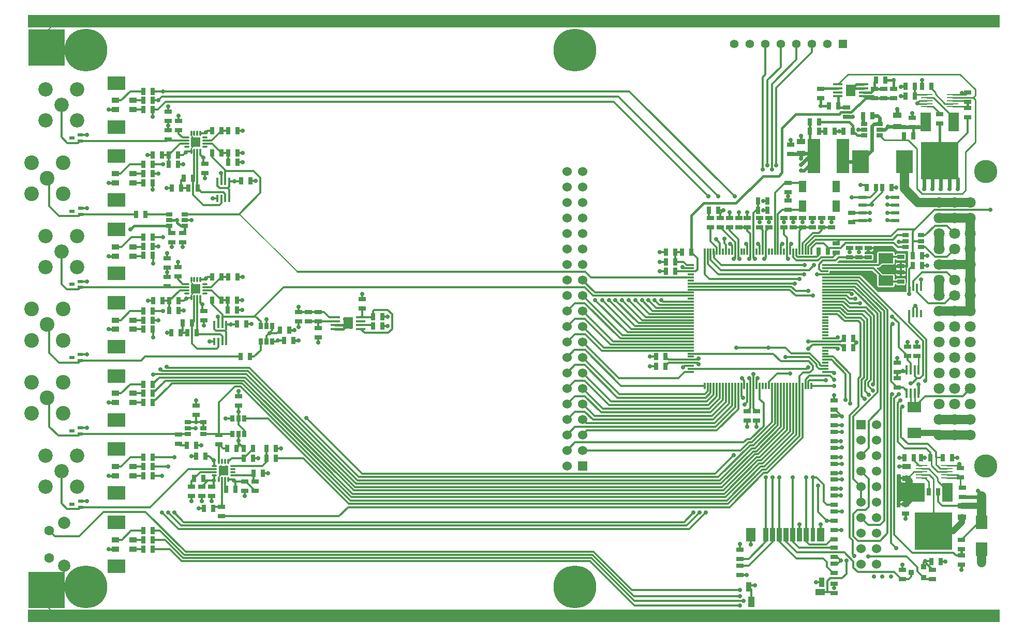
<source format=gtl>
G04 (created by PCBNEW (2013-07-07 BZR 4022)-stable) date 02/01/2014 11:01:47*
%MOIN*%
G04 Gerber Fmt 3.4, Leading zero omitted, Abs format*
%FSLAX34Y34*%
G01*
G70*
G90*
G04 APERTURE LIST*
%ADD10C,0.00590551*%
%ADD11R,6.25984X0.0787402*%
%ADD12R,0.0393701X0.011811*%
%ADD13R,0.011811X0.0393701*%
%ADD14R,0.045X0.025*%
%ADD15R,0.025X0.045*%
%ADD16R,0.036X0.036*%
%ADD17R,0.0858X0.0709*%
%ADD18R,0.0512X0.0748*%
%ADD19R,0.075X0.0098*%
%ADD20R,0.075X0.085*%
%ADD21R,0.0394X0.0276*%
%ADD22R,0.0551X0.0236*%
%ADD23R,0.055X0.035*%
%ADD24R,0.1102X0.1516*%
%ADD25R,0.06X0.06*%
%ADD26C,0.06*%
%ADD27R,0.065X0.12*%
%ADD28R,0.24X0.24*%
%ADD29R,0.0157X0.0591*%
%ADD30C,0.0787*%
%ADD31C,0.063*%
%ADD32R,0.0492X0.0335*%
%ADD33C,0.0709*%
%ADD34C,0.1496*%
%ADD35R,0.0945X0.0669*%
%ADD36R,0.1181X0.0906*%
%ADD37R,0.015X0.05*%
%ADD38C,0.0276*%
%ADD39R,0.063X0.0157*%
%ADD40R,0.0618X0.0744*%
%ADD41R,0.055X0.055*%
%ADD42C,0.055*%
%ADD43R,0.0787402X0.224409*%
%ADD44C,0.0925*%
%ADD45R,0.23622X0.23622*%
%ADD46R,0.015748X0.0472441*%
%ADD47R,0.0276X0.0394*%
%ADD48R,0.0354X0.0197*%
%ADD49O,0.011811X0.0393701*%
%ADD50O,0.0393701X0.011811*%
%ADD51R,0.0629921X0.0629921*%
%ADD52C,0.275591*%
%ADD53C,0.0945*%
%ADD54R,0.0295X0.0866*%
%ADD55R,0.0335X0.0866*%
%ADD56R,0.0512X0.0866*%
%ADD57R,0.063X0.0866*%
%ADD58R,0.0354X0.063*%
%ADD59R,0.061X0.0433*%
%ADD60R,0.0433X0.065*%
%ADD61R,0.0354X0.0591*%
%ADD62C,0.0275591*%
%ADD63C,0.0393701*%
%ADD64C,0.0098*%
%ADD65C,0.0394*%
%ADD66C,0.011811*%
%ADD67C,0.0139764*%
%ADD68C,0.015748*%
%ADD69C,0.023622*%
%ADD70C,0.00984252*%
%ADD71C,0.0236*%
%ADD72C,0.0591*%
%ADD73C,0.0118*%
%ADD74C,0.0157*%
%ADD75C,0.00787402*%
%ADD76C,0.0590551*%
G04 APERTURE END LIST*
G54D10*
G54D11*
X51181Y-20196D03*
G54D12*
X71259Y-42814D03*
X71259Y-42618D03*
X71259Y-42421D03*
X71259Y-42224D03*
X71259Y-42027D03*
X71259Y-41830D03*
X71259Y-41633D03*
X71259Y-41437D03*
X71259Y-41240D03*
X71259Y-41043D03*
X71259Y-40846D03*
X71259Y-40649D03*
X71259Y-40452D03*
X71259Y-40255D03*
X71259Y-40059D03*
X71259Y-39862D03*
X71259Y-39665D03*
X71259Y-39468D03*
X71259Y-39271D03*
X71259Y-39074D03*
X71259Y-38877D03*
X71259Y-38681D03*
X71259Y-38484D03*
X71259Y-38287D03*
X71259Y-38090D03*
X71259Y-37893D03*
X71259Y-37696D03*
X71259Y-37500D03*
X71259Y-37303D03*
X71259Y-37106D03*
X71259Y-36909D03*
X71259Y-36712D03*
X71259Y-36515D03*
X71259Y-36318D03*
X71259Y-36122D03*
X71259Y-35925D03*
G54D13*
X70374Y-35039D03*
X70177Y-35039D03*
X69980Y-35039D03*
X69783Y-35039D03*
X69586Y-35039D03*
X69389Y-35039D03*
X69192Y-35039D03*
X68996Y-35039D03*
X68799Y-35039D03*
X68602Y-35039D03*
X68405Y-35039D03*
X68208Y-35039D03*
X68011Y-35039D03*
X67814Y-35039D03*
X67618Y-35039D03*
X67421Y-35039D03*
X67224Y-35039D03*
X67027Y-35039D03*
X66830Y-35039D03*
X66633Y-35039D03*
X66437Y-35039D03*
X66240Y-35039D03*
X66043Y-35039D03*
X65846Y-35039D03*
X65649Y-35039D03*
X65452Y-35039D03*
X65255Y-35039D03*
X65059Y-35039D03*
X64862Y-35039D03*
X64665Y-35039D03*
X64468Y-35039D03*
X64271Y-35039D03*
X64074Y-35039D03*
X63877Y-35039D03*
X63681Y-35039D03*
X63484Y-35039D03*
G54D12*
X62598Y-35925D03*
X62598Y-36122D03*
X62598Y-36318D03*
X62598Y-36515D03*
X62598Y-36712D03*
X62598Y-36909D03*
X62598Y-37106D03*
X62598Y-37303D03*
X62598Y-37500D03*
X62598Y-37696D03*
X62598Y-37893D03*
X62598Y-38090D03*
X62598Y-38287D03*
X62598Y-38484D03*
X62598Y-38681D03*
X62598Y-38877D03*
X62598Y-39074D03*
X62598Y-39271D03*
X62598Y-39468D03*
X62598Y-39665D03*
X62598Y-39862D03*
X62598Y-40059D03*
X62598Y-40255D03*
X62598Y-40452D03*
X62598Y-40649D03*
X62598Y-40846D03*
X62598Y-41043D03*
X62598Y-41240D03*
X62598Y-41437D03*
X62598Y-41633D03*
X62598Y-41830D03*
X62598Y-42027D03*
X62598Y-42224D03*
X62598Y-42421D03*
X62598Y-42618D03*
X62598Y-42814D03*
G54D13*
X63484Y-43700D03*
X63681Y-43700D03*
X63877Y-43700D03*
X64074Y-43700D03*
X64271Y-43700D03*
X64468Y-43700D03*
X64665Y-43700D03*
X64862Y-43700D03*
X65059Y-43700D03*
X65255Y-43700D03*
X65452Y-43700D03*
X65649Y-43700D03*
X65846Y-43700D03*
X66043Y-43700D03*
X66240Y-43700D03*
X66437Y-43700D03*
X66633Y-43700D03*
X66830Y-43700D03*
X67027Y-43700D03*
X67224Y-43700D03*
X67421Y-43700D03*
X67618Y-43700D03*
X67814Y-43700D03*
X68011Y-43700D03*
X68208Y-43700D03*
X68405Y-43700D03*
X68602Y-43700D03*
X68799Y-43700D03*
X68996Y-43700D03*
X69192Y-43700D03*
X69389Y-43700D03*
X69586Y-43700D03*
X69783Y-43700D03*
X69980Y-43700D03*
X70177Y-43700D03*
X70374Y-43700D03*
G54D14*
X75649Y-25142D03*
X75649Y-24542D03*
G54D15*
X72091Y-25649D03*
X71491Y-25649D03*
G54D14*
X72814Y-35418D03*
X72814Y-34818D03*
G54D15*
X61599Y-35098D03*
X60999Y-35098D03*
G54D14*
X70413Y-33488D03*
X70413Y-32888D03*
G54D15*
X63774Y-32381D03*
X64374Y-32381D03*
G54D14*
X73425Y-34818D03*
X73425Y-35418D03*
X72618Y-26362D03*
X72618Y-25762D03*
G54D15*
X62022Y-35098D03*
X62622Y-35098D03*
G54D14*
X69192Y-33488D03*
X69192Y-32888D03*
X76240Y-56185D03*
X76240Y-55585D03*
G54D15*
X78085Y-55059D03*
X78685Y-55059D03*
G54D14*
X78169Y-55566D03*
X78169Y-56166D03*
G54D16*
X77604Y-55398D03*
X77604Y-56098D03*
X76804Y-55748D03*
G54D17*
X77007Y-45071D03*
X77007Y-46741D03*
G54D18*
X69802Y-32106D03*
X71968Y-32106D03*
X71968Y-30846D03*
X69802Y-30846D03*
G54D14*
X71811Y-46688D03*
X71811Y-47288D03*
X71811Y-51806D03*
X71811Y-52406D03*
X71811Y-49759D03*
X71811Y-50359D03*
X71811Y-48735D03*
X71811Y-49335D03*
X71811Y-47711D03*
X71811Y-48311D03*
G54D19*
X79448Y-25696D03*
X79448Y-25499D03*
X79448Y-25302D03*
X79448Y-25105D03*
X79448Y-24908D03*
X77794Y-24908D03*
X77794Y-25105D03*
X77794Y-25302D03*
X77794Y-25499D03*
X77794Y-25696D03*
X79107Y-49651D03*
X79107Y-49454D03*
X79107Y-49257D03*
X79107Y-49060D03*
X79107Y-48863D03*
X77453Y-48863D03*
X77453Y-49060D03*
X77453Y-49257D03*
X77453Y-49454D03*
X77453Y-49651D03*
G54D20*
X81339Y-52526D03*
X81339Y-54246D03*
G54D21*
X77429Y-33995D03*
X77429Y-34370D03*
X77429Y-34745D03*
X76429Y-34745D03*
X76429Y-34370D03*
X76429Y-33995D03*
G54D22*
X73654Y-33033D03*
X75754Y-33033D03*
X73654Y-32533D03*
X73654Y-32033D03*
X73654Y-31533D03*
X75754Y-32533D03*
X75754Y-32033D03*
X75754Y-31533D03*
G54D23*
X75905Y-26989D03*
X75905Y-26239D03*
X76495Y-49667D03*
X76495Y-48917D03*
X69685Y-28701D03*
X69685Y-27951D03*
X80077Y-51437D03*
X80077Y-52187D03*
G54D15*
X73912Y-30905D03*
X74512Y-30905D03*
X74542Y-23996D03*
X75142Y-23996D03*
G54D14*
X74429Y-25142D03*
X74429Y-24542D03*
G54D15*
X77495Y-24396D03*
X78095Y-24396D03*
G54D14*
X80039Y-54660D03*
X80039Y-55260D03*
X78621Y-26783D03*
X78621Y-26183D03*
G54D15*
X75536Y-30905D03*
X74936Y-30905D03*
G54D14*
X80038Y-53638D03*
X80038Y-54238D03*
X75885Y-43223D03*
X75885Y-43823D03*
G54D15*
X78541Y-50556D03*
X77941Y-50556D03*
G54D14*
X80078Y-50891D03*
X80078Y-50291D03*
X80432Y-26389D03*
X80432Y-25789D03*
G54D15*
X78015Y-48347D03*
X77415Y-48347D03*
X71274Y-27283D03*
X71874Y-27283D03*
X76933Y-27578D03*
X76333Y-27578D03*
G54D14*
X65748Y-54266D03*
X65748Y-54866D03*
X65748Y-55929D03*
X65748Y-55329D03*
X71811Y-53007D03*
X71811Y-53607D03*
X71811Y-50782D03*
X71811Y-51382D03*
X71811Y-55172D03*
X71811Y-55772D03*
X71811Y-54748D03*
X71811Y-54148D03*
X71811Y-56471D03*
X71811Y-57071D03*
G54D15*
X70851Y-27283D03*
X70251Y-27283D03*
G54D14*
X71023Y-32888D03*
X71023Y-33488D03*
X71948Y-34503D03*
X71948Y-35103D03*
G54D15*
X71422Y-35000D03*
X70822Y-35000D03*
G54D14*
X67027Y-32888D03*
X67027Y-33488D03*
G54D15*
X79433Y-48346D03*
X78833Y-48346D03*
G54D14*
X72952Y-33134D03*
X72952Y-32534D03*
X70964Y-24542D03*
X70964Y-25142D03*
X79960Y-49630D03*
X79960Y-49030D03*
X69015Y-28764D03*
X69015Y-28164D03*
G54D15*
X60949Y-42440D03*
X60349Y-42440D03*
G54D14*
X71653Y-33488D03*
X71653Y-32888D03*
X64488Y-33488D03*
X64488Y-32888D03*
G54D15*
X72455Y-40649D03*
X73055Y-40649D03*
G54D14*
X68858Y-31747D03*
X68858Y-32347D03*
X68858Y-31205D03*
X68858Y-30605D03*
G54D15*
X76904Y-35944D03*
X77504Y-35944D03*
G54D14*
X75885Y-42819D03*
X75885Y-42219D03*
X66240Y-33488D03*
X66240Y-32888D03*
X65708Y-33488D03*
X65708Y-32888D03*
X66830Y-45349D03*
X66830Y-45949D03*
X71811Y-45240D03*
X71811Y-44640D03*
G54D15*
X73696Y-26279D03*
X74296Y-26279D03*
G54D14*
X71811Y-45664D03*
X71811Y-46264D03*
X76850Y-27000D03*
X76850Y-26400D03*
G54D15*
X76952Y-48347D03*
X76352Y-48347D03*
X77032Y-25026D03*
X76432Y-25026D03*
X61599Y-36318D03*
X60999Y-36318D03*
G54D14*
X80432Y-25366D03*
X80432Y-24766D03*
X75039Y-25142D03*
X75039Y-24542D03*
G54D15*
X77032Y-24396D03*
X76432Y-24396D03*
G54D14*
X76416Y-51354D03*
X76416Y-51954D03*
X74035Y-35418D03*
X74035Y-34818D03*
G54D15*
X60949Y-41830D03*
X60349Y-41830D03*
G54D14*
X66220Y-45349D03*
X66220Y-45949D03*
X65098Y-33488D03*
X65098Y-32888D03*
X68582Y-33488D03*
X68582Y-32888D03*
G54D15*
X72455Y-41259D03*
X73055Y-41259D03*
X66924Y-31771D03*
X67524Y-31771D03*
X66924Y-32381D03*
X67524Y-32381D03*
X61599Y-35708D03*
X60999Y-35708D03*
G54D14*
X69803Y-33488D03*
X69803Y-32888D03*
X67637Y-33488D03*
X67637Y-32888D03*
G54D24*
X73535Y-29259D03*
X76347Y-29259D03*
G54D25*
X73554Y-46210D03*
G54D26*
X74554Y-46210D03*
X73554Y-47210D03*
X74554Y-47210D03*
X73554Y-48210D03*
X74554Y-48210D03*
X73554Y-49210D03*
X74554Y-49210D03*
X73554Y-50210D03*
X74554Y-50210D03*
X73554Y-51210D03*
X74554Y-51210D03*
X73554Y-52210D03*
X74554Y-52210D03*
X73554Y-53210D03*
X74554Y-53210D03*
X73554Y-54210D03*
X74554Y-54210D03*
X73554Y-55210D03*
X74554Y-55210D03*
G54D27*
X79141Y-50596D03*
G54D28*
X78241Y-53096D03*
G54D27*
X77341Y-50596D03*
X79522Y-26680D03*
G54D28*
X78622Y-29180D03*
G54D27*
X77722Y-26680D03*
G54D29*
X76505Y-44174D03*
X76761Y-44174D03*
X77017Y-44174D03*
X77273Y-44174D03*
X77273Y-42678D03*
X77017Y-42678D03*
X76761Y-42678D03*
X76505Y-42678D03*
G54D14*
X76555Y-41196D03*
X76555Y-41796D03*
X77165Y-41797D03*
X77165Y-41197D03*
G54D30*
X22239Y-52559D03*
X22239Y-55315D03*
G54D31*
X21259Y-53051D03*
X21259Y-54823D03*
G54D15*
X27937Y-53051D03*
X27337Y-53051D03*
X27337Y-54232D03*
X27937Y-54232D03*
X27337Y-53641D03*
X27937Y-53641D03*
G54D32*
X25541Y-53642D03*
X25541Y-54232D03*
X26663Y-54232D03*
X26663Y-53642D03*
G54D33*
X80590Y-31870D03*
X80590Y-32870D03*
X80590Y-33870D03*
X80590Y-34870D03*
X80590Y-35870D03*
X80590Y-36870D03*
X80590Y-37870D03*
X80590Y-38870D03*
X80590Y-39870D03*
X80590Y-40870D03*
X80590Y-41870D03*
X80590Y-42870D03*
X80590Y-43870D03*
X80590Y-44870D03*
X80590Y-45870D03*
X80590Y-46870D03*
X79590Y-31870D03*
X79590Y-32870D03*
X79590Y-33870D03*
X79590Y-34870D03*
X79590Y-35870D03*
X79590Y-36870D03*
X79590Y-37870D03*
X79590Y-38870D03*
X79590Y-39870D03*
X79590Y-40870D03*
X79590Y-41870D03*
X79590Y-42870D03*
X79590Y-43870D03*
X79590Y-44870D03*
X79590Y-45870D03*
X79590Y-46870D03*
X78590Y-31870D03*
X78590Y-32870D03*
X78590Y-33870D03*
X78590Y-34870D03*
X78590Y-35870D03*
X78590Y-36870D03*
X78590Y-37870D03*
X78590Y-38870D03*
X78590Y-39870D03*
X78590Y-40870D03*
X78590Y-41870D03*
X78590Y-42870D03*
X78590Y-43870D03*
X78590Y-44870D03*
X78590Y-45870D03*
X78590Y-46870D03*
G54D34*
X81590Y-29870D03*
X81590Y-48870D03*
G54D15*
X76904Y-35314D03*
X77504Y-35314D03*
X27337Y-25885D03*
X27937Y-25885D03*
X27337Y-39468D03*
X27937Y-39468D03*
X27337Y-40059D03*
X27937Y-40059D03*
X27336Y-34705D03*
X27936Y-34705D03*
X27336Y-35296D03*
X27936Y-35296D03*
X27337Y-30019D03*
X27937Y-30019D03*
X27337Y-30610D03*
X27937Y-30610D03*
X27337Y-25295D03*
X27937Y-25295D03*
X27937Y-38877D03*
X27337Y-38877D03*
X27937Y-34114D03*
X27337Y-34114D03*
X27937Y-29429D03*
X27337Y-29429D03*
X27937Y-24704D03*
X27337Y-24704D03*
G54D32*
X25541Y-25295D03*
X25541Y-25885D03*
X26663Y-25885D03*
X26663Y-25295D03*
X25541Y-39468D03*
X25541Y-40058D03*
X26663Y-40058D03*
X26663Y-39468D03*
X25541Y-34744D03*
X25541Y-35334D03*
X26663Y-35334D03*
X26663Y-34744D03*
X25541Y-30019D03*
X25541Y-30609D03*
X26663Y-30609D03*
X26663Y-30019D03*
G54D14*
X76122Y-36392D03*
X76122Y-36992D03*
X76122Y-35988D03*
X76122Y-35388D03*
G54D35*
X75157Y-35472D03*
X75157Y-36928D03*
G54D14*
X63877Y-33488D03*
X63877Y-32888D03*
G54D36*
X25590Y-52520D03*
X25590Y-55354D03*
X25590Y-24173D03*
X25590Y-27007D03*
G54D37*
X76663Y-39038D03*
X76919Y-39038D03*
X77175Y-39038D03*
X77431Y-39038D03*
X77431Y-37338D03*
X77175Y-37338D03*
X76919Y-37338D03*
X76663Y-37338D03*
G54D38*
X72893Y-24645D03*
X73070Y-24409D03*
X72716Y-24881D03*
X72716Y-24409D03*
G54D39*
X73720Y-25029D03*
X73720Y-24773D03*
X73720Y-24517D03*
X73720Y-24261D03*
X72066Y-24261D03*
X72066Y-24517D03*
X72066Y-24773D03*
X72066Y-25029D03*
G54D40*
X72893Y-24645D03*
G54D38*
X73070Y-24881D03*
G54D11*
X51181Y-58543D03*
G54D41*
X72397Y-21653D03*
G54D42*
X71397Y-21653D03*
X70397Y-21653D03*
X69397Y-21653D03*
X68397Y-21653D03*
X67397Y-21653D03*
X66397Y-21653D03*
X65397Y-21653D03*
G54D15*
X70251Y-26673D03*
X70851Y-26673D03*
X72436Y-27283D03*
X73036Y-27283D03*
G54D43*
X72381Y-28897D03*
X70531Y-28897D03*
G54D21*
X74771Y-26810D03*
X74771Y-27185D03*
X74771Y-27560D03*
X73771Y-27560D03*
X73771Y-27185D03*
X73771Y-26810D03*
G54D15*
X27937Y-43602D03*
X27337Y-43602D03*
X27337Y-44783D03*
X27937Y-44783D03*
X27337Y-44192D03*
X27937Y-44192D03*
X27937Y-48326D03*
X27337Y-48326D03*
X27337Y-49507D03*
X27937Y-49507D03*
X27337Y-48917D03*
X27937Y-48917D03*
G54D44*
X21043Y-26594D03*
X21043Y-24586D03*
X23051Y-24586D03*
X23051Y-26594D03*
X22047Y-25590D03*
X21043Y-50216D03*
X21043Y-48208D03*
X23051Y-48208D03*
X23051Y-50216D03*
X22047Y-49212D03*
G54D32*
X25541Y-44193D03*
X25541Y-44783D03*
X26663Y-44783D03*
X26663Y-44193D03*
X25541Y-48917D03*
X25541Y-49507D03*
X26663Y-49507D03*
X26663Y-48917D03*
G54D36*
X25590Y-28897D03*
X25590Y-31731D03*
X25590Y-47795D03*
X25590Y-50629D03*
X25590Y-38346D03*
X25590Y-41180D03*
G54D44*
X21043Y-36043D03*
X21043Y-34035D03*
X23051Y-34035D03*
X23051Y-36043D03*
X22047Y-35039D03*
G54D36*
X25590Y-33622D03*
X25590Y-36456D03*
X25590Y-43071D03*
X25590Y-45905D03*
G54D45*
X21090Y-56870D03*
X21090Y-21870D03*
G54D46*
X32864Y-30511D03*
X32608Y-30511D03*
X32352Y-30511D03*
X32096Y-30511D03*
X32096Y-31614D03*
X32352Y-31614D03*
X32608Y-31614D03*
X32864Y-31614D03*
G54D47*
X33069Y-45818D03*
X33444Y-45818D03*
X33819Y-45818D03*
X33819Y-46818D03*
X33444Y-46818D03*
X33069Y-46818D03*
G54D21*
X31208Y-46062D03*
X31208Y-46437D03*
X31208Y-46812D03*
X30208Y-46812D03*
X30208Y-46437D03*
X30208Y-46062D03*
G54D47*
X35630Y-40854D03*
X35255Y-40854D03*
X34880Y-40854D03*
X34880Y-39854D03*
X35255Y-39854D03*
X35630Y-39854D03*
G54D21*
X29007Y-33386D03*
X29007Y-33011D03*
X29007Y-32636D03*
X30007Y-32636D03*
X30007Y-33011D03*
X30007Y-33386D03*
G54D14*
X28858Y-37268D03*
X28858Y-36668D03*
G54D15*
X33794Y-48366D03*
X34394Y-48366D03*
G54D14*
X29547Y-36658D03*
X29547Y-36058D03*
G54D15*
X33390Y-36692D03*
X32790Y-36692D03*
X32347Y-36692D03*
X31747Y-36692D03*
X33370Y-38169D03*
X32770Y-38169D03*
X32347Y-38169D03*
X31747Y-38169D03*
X30772Y-40295D03*
X30172Y-40295D03*
X30477Y-39665D03*
X29877Y-39665D03*
X29129Y-40295D03*
X29729Y-40295D03*
X27465Y-32637D03*
X26865Y-32637D03*
X32731Y-47736D03*
X33331Y-47736D03*
X31215Y-51614D03*
X31815Y-51614D03*
X34197Y-41830D03*
X33597Y-41830D03*
G54D14*
X32362Y-52111D03*
X32362Y-51511D03*
X29606Y-47465D03*
X29606Y-46865D03*
X32204Y-47485D03*
X32204Y-46885D03*
G54D15*
X33794Y-47736D03*
X34394Y-47736D03*
G54D14*
X30433Y-50811D03*
X30433Y-50211D03*
G54D15*
X28528Y-28799D03*
X27928Y-28799D03*
X29571Y-28799D03*
X28971Y-28799D03*
X30585Y-49685D03*
X31185Y-49685D03*
G54D14*
X28937Y-27819D03*
X28937Y-27219D03*
G54D15*
X35851Y-47755D03*
X35251Y-47755D03*
G54D14*
X29606Y-27209D03*
X29606Y-26609D03*
G54D15*
X33410Y-27244D03*
X32810Y-27244D03*
X32366Y-27244D03*
X31766Y-27244D03*
X33410Y-28681D03*
X32810Y-28681D03*
X32366Y-28681D03*
X31766Y-28681D03*
X35851Y-48366D03*
X35251Y-48366D03*
X30811Y-30964D03*
X30211Y-30964D03*
X30516Y-30314D03*
X29916Y-30314D03*
X29168Y-30964D03*
X29768Y-30964D03*
G54D14*
X34527Y-49877D03*
X34527Y-50477D03*
G54D15*
X35024Y-49350D03*
X34424Y-49350D03*
X28548Y-38228D03*
X27948Y-38228D03*
X29591Y-38228D03*
X28991Y-38228D03*
G54D14*
X31712Y-50211D03*
X31712Y-50811D03*
G54D15*
X31343Y-48248D03*
X30743Y-48248D03*
G54D14*
X33858Y-49877D03*
X33858Y-50477D03*
G54D15*
X32672Y-50374D03*
X33272Y-50374D03*
G54D14*
X31082Y-50211D03*
X31082Y-50811D03*
G54D15*
X33361Y-39724D03*
X33961Y-39724D03*
G54D14*
X30728Y-45595D03*
X30728Y-44995D03*
G54D15*
X30133Y-47559D03*
X30733Y-47559D03*
X33617Y-30492D03*
X34217Y-30492D03*
G54D14*
X29153Y-33833D03*
X29153Y-34433D03*
G54D15*
X33370Y-38799D03*
X32770Y-38799D03*
G54D14*
X28858Y-36067D03*
X28858Y-35467D03*
G54D15*
X28991Y-38858D03*
X29591Y-38858D03*
G54D14*
X31220Y-38873D03*
X31220Y-39473D03*
G54D15*
X33410Y-29291D03*
X32810Y-29291D03*
G54D14*
X28937Y-26618D03*
X28937Y-26018D03*
G54D15*
X28971Y-29429D03*
X29571Y-29429D03*
G54D14*
X31279Y-29385D03*
X31279Y-29985D03*
G54D48*
X23268Y-27913D03*
X23268Y-27519D03*
X22716Y-27716D03*
X23268Y-37362D03*
X23268Y-36968D03*
X22716Y-37165D03*
X23287Y-51535D03*
X23287Y-51141D03*
X22735Y-51338D03*
X23268Y-46811D03*
X23268Y-46417D03*
X22716Y-46614D03*
X23268Y-42086D03*
X23268Y-41692D03*
X22716Y-41889D03*
X23287Y-32637D03*
X23287Y-32243D03*
X22735Y-32440D03*
G54D49*
X31003Y-27401D03*
X30807Y-27401D03*
X30610Y-27401D03*
X30413Y-27401D03*
G54D50*
X30118Y-27696D03*
X30118Y-27893D03*
X30118Y-28090D03*
X30118Y-28287D03*
G54D49*
X30413Y-28582D03*
X30610Y-28582D03*
X30807Y-28582D03*
X31003Y-28582D03*
G54D50*
X31299Y-28287D03*
X31299Y-28090D03*
X31299Y-27893D03*
X31299Y-27696D03*
G54D51*
X30708Y-27992D03*
G54D49*
X31003Y-36850D03*
X30807Y-36850D03*
X30610Y-36850D03*
X30413Y-36850D03*
G54D50*
X30118Y-37145D03*
X30118Y-37342D03*
X30118Y-37539D03*
X30118Y-37736D03*
G54D49*
X30413Y-38031D03*
X30610Y-38031D03*
X30807Y-38031D03*
X31003Y-38031D03*
G54D50*
X31299Y-37736D03*
X31299Y-37539D03*
X31299Y-37342D03*
X31299Y-37145D03*
G54D51*
X30708Y-37440D03*
G54D49*
X32795Y-48582D03*
X32598Y-48582D03*
X32401Y-48582D03*
X32204Y-48582D03*
G54D50*
X31909Y-48877D03*
X31909Y-49074D03*
X31909Y-49271D03*
X31909Y-49468D03*
G54D49*
X32204Y-49763D03*
X32401Y-49763D03*
X32598Y-49763D03*
X32795Y-49763D03*
G54D50*
X33090Y-49468D03*
X33090Y-49271D03*
X33090Y-49074D03*
X33090Y-48877D03*
G54D51*
X32500Y-49173D03*
G54D14*
X33444Y-44985D03*
X33444Y-44385D03*
G54D25*
X55618Y-48870D03*
G54D26*
X54618Y-48870D03*
X55618Y-43870D03*
X54618Y-47870D03*
X55618Y-42870D03*
X54618Y-46870D03*
X55618Y-41870D03*
X54618Y-45870D03*
X55618Y-40870D03*
X54618Y-44870D03*
X55618Y-39870D03*
X54618Y-43870D03*
X55618Y-38870D03*
X54618Y-42870D03*
X55618Y-37870D03*
X54618Y-41870D03*
X55618Y-36870D03*
X54618Y-40870D03*
X55618Y-35870D03*
X54618Y-39870D03*
X55618Y-34870D03*
X54618Y-38870D03*
X55618Y-33870D03*
X54618Y-37870D03*
X54618Y-36870D03*
X55618Y-32870D03*
X54618Y-35870D03*
X54618Y-33870D03*
X54618Y-32870D03*
X54618Y-31870D03*
X54618Y-30870D03*
X55618Y-31870D03*
X55618Y-30870D03*
X55618Y-47870D03*
X55618Y-46870D03*
X55618Y-45870D03*
X55618Y-44870D03*
X55618Y-29870D03*
X54618Y-29870D03*
X54618Y-34870D03*
G54D52*
X23622Y-56692D03*
X23622Y-22047D03*
X55118Y-22047D03*
X55118Y-56692D03*
G54D14*
X38602Y-38951D03*
X38602Y-39551D03*
X38602Y-39975D03*
X38602Y-40575D03*
G54D15*
X42721Y-39232D03*
X42121Y-39232D03*
G54D14*
X41437Y-38725D03*
X41437Y-38125D03*
G54D15*
X42121Y-39842D03*
X42721Y-39842D03*
G54D14*
X37972Y-38951D03*
X37972Y-39551D03*
X37342Y-38951D03*
X37342Y-39551D03*
G54D38*
X40511Y-39665D03*
X40334Y-39901D03*
X40688Y-39429D03*
X40688Y-39901D03*
G54D39*
X39684Y-39281D03*
X39684Y-39537D03*
X39684Y-39793D03*
X39684Y-40049D03*
X41338Y-40049D03*
X41338Y-39793D03*
X41338Y-39537D03*
X41338Y-39281D03*
G54D40*
X40511Y-39665D03*
G54D38*
X40334Y-39429D03*
G54D46*
X32667Y-39744D03*
X32411Y-39744D03*
X32155Y-39744D03*
X31899Y-39744D03*
X31899Y-40846D03*
X32155Y-40846D03*
X32411Y-40846D03*
X32667Y-40846D03*
G54D14*
X29862Y-33833D03*
X29862Y-34433D03*
G54D15*
X36392Y-40767D03*
X36992Y-40767D03*
X36117Y-40118D03*
X36717Y-40118D03*
G54D53*
X20137Y-45492D03*
X20137Y-43484D03*
X22145Y-43484D03*
X22145Y-45492D03*
X21141Y-44488D03*
X20137Y-40767D03*
X20137Y-38759D03*
X22145Y-38759D03*
X22145Y-40767D03*
X21141Y-39763D03*
X20137Y-31318D03*
X20137Y-29310D03*
X22145Y-29310D03*
X22145Y-31318D03*
X21141Y-30314D03*
G54D54*
X70472Y-53307D03*
G54D55*
X70039Y-53307D03*
X69606Y-53307D03*
X69173Y-53307D03*
X68740Y-53307D03*
X68307Y-53307D03*
X67874Y-53307D03*
X67441Y-53307D03*
G54D56*
X70956Y-53307D03*
G54D57*
X66476Y-53307D03*
G54D58*
X71043Y-56397D03*
G54D59*
X70915Y-57027D03*
G54D60*
X66496Y-57647D03*
G54D61*
X66338Y-56693D03*
G54D62*
X76692Y-50590D03*
X76692Y-50984D03*
X76692Y-50196D03*
X76318Y-50984D03*
X76318Y-50590D03*
X76318Y-50196D03*
X31850Y-48523D03*
X34724Y-48366D03*
X33149Y-49822D03*
X31850Y-49803D03*
X27618Y-38228D03*
X31358Y-36791D03*
X31122Y-38464D03*
X28858Y-36377D03*
X31200Y-28996D03*
X31358Y-27342D03*
X27598Y-28799D03*
X28937Y-26929D03*
X37342Y-38602D03*
X36003Y-40767D03*
X26496Y-33602D03*
X25078Y-25885D03*
X25078Y-30610D03*
X25078Y-35334D03*
X25078Y-40059D03*
X25078Y-49507D03*
X25078Y-54232D03*
X25078Y-44783D03*
X33444Y-45374D03*
X30728Y-46062D03*
X69685Y-29055D03*
X69685Y-29448D03*
X69685Y-29822D03*
X73523Y-30748D03*
X75826Y-30905D03*
X65748Y-53917D03*
X66200Y-55925D03*
X72283Y-53011D03*
X72322Y-51811D03*
X72322Y-49763D03*
X72322Y-48740D03*
X72322Y-47696D03*
X72322Y-46673D03*
X71811Y-56732D03*
X72244Y-54980D03*
X65354Y-35531D03*
X67342Y-35531D03*
X66358Y-35531D03*
X63090Y-42303D03*
X66633Y-42952D03*
X70177Y-40846D03*
X77696Y-55000D03*
X76259Y-42755D03*
X67027Y-33149D03*
X69192Y-33149D03*
X72263Y-50787D03*
X74133Y-33031D03*
X72322Y-45669D03*
X79744Y-48346D03*
X76555Y-40885D03*
X76673Y-37795D03*
X77165Y-40885D03*
X77204Y-25492D03*
X73011Y-26358D03*
X77255Y-27000D03*
X77500Y-23996D03*
X75294Y-26989D03*
X76409Y-27000D03*
X29507Y-33031D03*
X33208Y-30511D03*
X32972Y-39744D03*
X35452Y-40314D03*
X43070Y-39232D03*
X70177Y-41318D03*
X65728Y-35531D03*
X73425Y-35078D03*
X68877Y-35531D03*
X66712Y-35531D03*
X66358Y-43208D03*
X63090Y-41948D03*
X74330Y-43602D03*
X75984Y-44251D03*
X74055Y-44271D03*
X76082Y-44665D03*
X73779Y-44547D03*
X76240Y-45039D03*
X81909Y-32362D03*
G54D38*
X77637Y-31024D03*
X79251Y-31024D03*
X78700Y-31024D03*
X78149Y-31024D03*
X79802Y-31024D03*
G54D62*
X60708Y-38188D03*
X59448Y-38188D03*
X59035Y-38188D03*
X58602Y-38188D03*
X58169Y-38188D03*
X57736Y-38188D03*
X60275Y-38188D03*
X59862Y-38188D03*
X71811Y-42893D03*
X77696Y-43366D03*
X56437Y-38169D03*
X63562Y-51870D03*
X66062Y-44921D03*
X28523Y-49507D03*
X28523Y-51870D03*
X68996Y-42913D03*
X67519Y-29488D03*
X62775Y-51870D03*
X65885Y-43208D03*
X29311Y-48326D03*
X29311Y-51870D03*
X63169Y-51870D03*
X65944Y-44488D03*
X28917Y-48917D03*
X28917Y-51870D03*
X57322Y-38188D03*
X56889Y-38188D03*
X74251Y-32027D03*
X70531Y-35925D03*
X72972Y-31535D03*
X72047Y-41318D03*
X65413Y-31496D03*
X65137Y-34547D03*
X28582Y-24704D03*
X28582Y-29429D03*
X64370Y-31496D03*
X64763Y-34212D03*
X28287Y-30019D03*
X28287Y-25295D03*
X63720Y-31496D03*
X64212Y-34251D03*
X27933Y-31062D03*
X27933Y-26338D03*
X68700Y-41850D03*
X67224Y-29744D03*
X28838Y-42480D03*
X28602Y-34114D03*
X28582Y-38877D03*
X28425Y-42637D03*
X28287Y-34704D03*
X28287Y-39468D03*
X27952Y-42992D03*
X27952Y-35807D03*
X27952Y-40570D03*
X74035Y-54704D03*
X71279Y-43346D03*
X81082Y-50492D03*
G54D38*
X81338Y-50828D03*
X81338Y-51182D03*
X81338Y-51576D03*
G54D62*
X68484Y-34547D03*
X67814Y-29744D03*
X71811Y-43700D03*
X76751Y-43543D03*
X75570Y-39251D03*
X73208Y-38070D03*
X75590Y-39704D03*
X73503Y-38366D03*
X71811Y-43307D03*
X74389Y-56003D03*
X65748Y-56889D03*
X65748Y-57283D03*
X72559Y-44606D03*
X74940Y-56003D03*
X75826Y-54173D03*
X75570Y-44251D03*
X74330Y-44015D03*
X65748Y-57874D03*
X75492Y-56003D03*
X65984Y-57578D03*
X72874Y-44862D03*
X68110Y-29488D03*
X72952Y-37795D03*
X67578Y-41259D03*
X32637Y-45807D03*
X37834Y-45787D03*
X65374Y-48169D03*
X65511Y-41259D03*
X73129Y-54685D03*
X72618Y-54980D03*
X75905Y-25846D03*
X76043Y-48346D03*
X68582Y-33149D03*
X67263Y-32381D03*
X37322Y-40767D03*
X37047Y-40118D03*
X35255Y-39429D03*
X34291Y-39724D03*
X31594Y-40846D03*
X32125Y-39251D03*
X28858Y-40295D03*
X29862Y-34763D03*
X34547Y-30492D03*
X32322Y-29980D03*
X28838Y-30944D03*
X31791Y-31614D03*
X39468Y-20177D03*
X80807Y-58562D03*
X78838Y-58562D03*
X76870Y-58562D03*
X74901Y-58562D03*
X72933Y-58562D03*
X70964Y-58562D03*
X68996Y-58562D03*
X67027Y-58562D03*
X65059Y-58562D03*
X63090Y-58562D03*
X61122Y-58562D03*
X59153Y-58562D03*
X57185Y-58562D03*
X55216Y-58562D03*
X53248Y-58562D03*
X51279Y-58562D03*
X49311Y-58562D03*
X47342Y-58562D03*
X45374Y-58562D03*
X43405Y-58562D03*
X41437Y-58562D03*
X39468Y-58562D03*
X37500Y-58562D03*
X35531Y-58562D03*
X33562Y-58562D03*
X31594Y-58562D03*
X29625Y-58562D03*
X27657Y-58562D03*
X25688Y-58562D03*
X23720Y-58562D03*
X21751Y-58562D03*
X80807Y-20177D03*
X78838Y-20177D03*
X76870Y-20177D03*
X74901Y-20177D03*
X72933Y-20177D03*
X70964Y-20177D03*
X68996Y-20177D03*
X67027Y-20177D03*
X65059Y-20177D03*
X63090Y-20177D03*
X61122Y-20177D03*
X59153Y-20177D03*
X57185Y-20177D03*
X55216Y-20177D03*
X53248Y-20177D03*
X51279Y-20177D03*
X49311Y-20177D03*
X47342Y-20177D03*
X45374Y-20177D03*
X43405Y-20177D03*
X41437Y-20177D03*
X37500Y-20177D03*
X35531Y-20177D03*
X33562Y-20177D03*
X31594Y-20177D03*
X29625Y-20177D03*
X27657Y-20177D03*
X25688Y-20177D03*
X23720Y-20177D03*
X21751Y-20177D03*
X43070Y-39842D03*
X41437Y-37775D03*
X38602Y-40925D03*
X37342Y-39901D03*
X30885Y-51614D03*
X32677Y-49350D03*
X32322Y-49350D03*
X32322Y-48996D03*
X32500Y-49173D03*
X32677Y-48996D03*
X23700Y-51141D03*
X23681Y-46417D03*
X23681Y-41692D03*
X23681Y-36968D03*
X23700Y-32244D03*
X23681Y-27519D03*
X33858Y-50807D03*
X35354Y-49350D03*
X36181Y-47755D03*
X33444Y-47263D03*
X31712Y-51141D03*
X31082Y-51141D03*
X30433Y-51141D03*
X30413Y-48248D03*
X33444Y-44055D03*
X30728Y-44665D03*
X31062Y-47559D03*
X30708Y-46437D03*
X29153Y-34763D03*
X30433Y-33011D03*
X31279Y-30314D03*
X31220Y-39803D03*
X33720Y-36692D03*
X33700Y-38799D03*
X33700Y-38169D03*
X29921Y-38858D03*
X30078Y-38070D03*
X28858Y-35137D03*
X29547Y-35728D03*
X33740Y-29291D03*
X33740Y-28681D03*
X33740Y-27244D03*
X30059Y-28641D03*
X29901Y-29429D03*
X28937Y-25688D03*
X29606Y-26279D03*
X81338Y-55118D03*
X70964Y-25649D03*
X75669Y-23996D03*
X76141Y-24409D03*
X76141Y-25019D03*
X76850Y-26102D03*
X69685Y-27598D03*
X69015Y-27854D03*
X73385Y-27185D03*
X72165Y-27283D03*
X80059Y-24803D03*
X76043Y-48917D03*
X78996Y-55059D03*
X76240Y-55236D03*
X66830Y-46338D03*
X66220Y-46338D03*
X59960Y-41830D03*
X59960Y-42440D03*
X60610Y-36318D03*
X60610Y-35708D03*
X60610Y-35098D03*
X66240Y-32519D03*
X65708Y-32519D03*
X65098Y-32519D03*
X64685Y-32381D03*
X72322Y-46259D03*
X73267Y-40925D03*
X70649Y-56397D03*
X66732Y-56594D03*
X62106Y-42500D03*
X66909Y-43208D03*
X71811Y-44330D03*
X62047Y-36043D03*
X69074Y-34547D03*
X66161Y-34547D03*
X66929Y-34547D03*
X72047Y-40570D03*
X67263Y-31771D03*
X67637Y-33149D03*
X71653Y-33149D03*
X71023Y-33149D03*
X70413Y-33149D03*
X69803Y-33149D03*
X68858Y-31476D03*
X74133Y-32539D03*
X75275Y-33031D03*
X75275Y-32539D03*
X75275Y-32027D03*
X75275Y-31535D03*
X69606Y-52657D03*
X70944Y-52657D03*
X66476Y-53956D03*
X74055Y-36515D03*
X80039Y-55570D03*
X76417Y-52283D03*
X77677Y-48346D03*
X75885Y-41909D03*
X77047Y-38562D03*
X79881Y-48759D03*
X70728Y-36515D03*
X74035Y-35078D03*
X72814Y-35078D03*
X75708Y-36181D03*
X77834Y-35944D03*
X77834Y-35314D03*
X76003Y-34409D03*
X77263Y-43602D03*
X77440Y-36850D03*
X72263Y-49330D03*
X72263Y-47283D03*
X70787Y-50157D03*
X69921Y-35905D03*
X71358Y-52421D03*
X72263Y-50354D03*
X72263Y-48307D03*
X69173Y-49606D03*
X69881Y-36515D03*
X70177Y-42500D03*
X70039Y-49606D03*
X70177Y-37578D03*
X67440Y-49606D03*
X67874Y-49606D03*
X69291Y-37106D03*
X70472Y-37874D03*
X70472Y-49606D03*
X68307Y-49606D03*
X69586Y-36811D03*
G54D63*
X76692Y-50984D02*
X76692Y-50590D01*
X76692Y-51077D02*
X76692Y-50590D01*
X76692Y-51077D02*
X76416Y-51354D01*
X76495Y-49667D02*
X76692Y-49864D01*
X76692Y-49864D02*
X76692Y-50196D01*
X77341Y-50596D02*
X76952Y-50984D01*
X76952Y-50984D02*
X76318Y-50984D01*
X77341Y-50596D02*
X77335Y-50590D01*
X77335Y-50590D02*
X76318Y-50590D01*
X77341Y-50596D02*
X76941Y-50196D01*
X76941Y-50196D02*
X76318Y-50196D01*
G54D64*
X76963Y-49257D02*
X76553Y-49667D01*
X76553Y-49667D02*
X76495Y-49667D01*
X77453Y-49257D02*
X76963Y-49257D01*
G54D65*
X77341Y-50443D02*
X77341Y-50596D01*
G54D66*
X34394Y-48366D02*
X34724Y-48366D01*
X34527Y-50477D02*
X33927Y-49877D01*
X33927Y-49877D02*
X33858Y-49877D01*
X33272Y-50374D02*
X33272Y-49945D01*
X33272Y-49945D02*
X33149Y-49822D01*
X33858Y-49877D02*
X33203Y-49877D01*
X33090Y-49763D02*
X33149Y-49822D01*
X33090Y-49763D02*
X32795Y-49763D01*
X33203Y-49877D02*
X33149Y-49822D01*
X31082Y-50211D02*
X31491Y-49803D01*
X31491Y-49803D02*
X31850Y-49803D01*
X31850Y-49803D02*
X31850Y-50074D01*
X31850Y-50074D02*
X31712Y-50211D01*
X31850Y-49803D02*
X31303Y-49803D01*
X31909Y-49744D02*
X31850Y-49803D01*
X31909Y-49468D02*
X31909Y-49744D01*
X31303Y-49803D02*
X31185Y-49685D01*
X31343Y-48248D02*
X31574Y-48248D01*
X31909Y-48582D02*
X31850Y-48523D01*
X31909Y-48582D02*
X31909Y-48877D01*
X31574Y-48248D02*
X31850Y-48523D01*
X27948Y-38228D02*
X27618Y-38228D01*
X31747Y-36692D02*
X31456Y-36692D01*
X31299Y-36850D02*
X31358Y-36791D01*
X31299Y-36850D02*
X31003Y-36850D01*
X31456Y-36692D02*
X31358Y-36791D01*
G54D67*
X31122Y-38464D02*
X31122Y-38774D01*
G54D66*
X31003Y-38346D02*
X31122Y-38464D01*
X31003Y-38031D02*
X31003Y-38346D01*
G54D67*
X31122Y-38774D02*
X31220Y-38873D01*
G54D66*
X28858Y-36067D02*
X28858Y-36377D01*
X28858Y-36377D02*
X28858Y-36668D01*
X31200Y-28996D02*
X31200Y-29306D01*
X31003Y-28582D02*
X31003Y-28799D01*
X31003Y-28799D02*
X31200Y-28996D01*
X31200Y-29306D02*
X31279Y-29385D01*
X31766Y-27244D02*
X31456Y-27244D01*
X31299Y-27401D02*
X31358Y-27342D01*
X31299Y-27401D02*
X31003Y-27401D01*
X31456Y-27244D02*
X31358Y-27342D01*
X27928Y-28799D02*
X27598Y-28799D01*
X28937Y-26618D02*
X28937Y-26929D01*
X28937Y-26929D02*
X28937Y-27219D01*
X37342Y-38951D02*
X37342Y-38602D01*
X37342Y-38951D02*
X37972Y-38951D01*
X38602Y-38951D02*
X37972Y-38951D01*
X39684Y-39281D02*
X39281Y-39281D01*
X38951Y-38951D02*
X38602Y-38951D01*
X39281Y-39281D02*
X38951Y-38951D01*
X36392Y-40767D02*
X36003Y-40767D01*
X35917Y-40854D02*
X36003Y-40767D01*
X35917Y-40854D02*
X35630Y-40854D01*
G54D68*
X29007Y-33386D02*
X29007Y-33688D01*
X29007Y-33688D02*
X29153Y-33833D01*
X29007Y-33386D02*
X26711Y-33386D01*
X26711Y-33386D02*
X26496Y-33602D01*
X25541Y-25885D02*
X25079Y-25885D01*
X25079Y-25885D02*
X25078Y-25885D01*
X25541Y-30609D02*
X25079Y-30609D01*
X25079Y-30609D02*
X25078Y-30610D01*
X25541Y-35334D02*
X25079Y-35334D01*
X25079Y-35334D02*
X25078Y-35334D01*
X25541Y-40058D02*
X25079Y-40058D01*
X25079Y-40058D02*
X25078Y-40059D01*
X25541Y-49507D02*
X25079Y-49507D01*
X25079Y-49507D02*
X25078Y-49507D01*
X25541Y-54232D02*
X25079Y-54232D01*
X25079Y-54232D02*
X25078Y-54232D01*
X25541Y-44783D02*
X25079Y-44783D01*
X25079Y-44783D02*
X25078Y-44783D01*
G54D67*
X33819Y-46818D02*
X33819Y-46575D01*
X33444Y-46200D02*
X33444Y-45818D01*
X33819Y-46575D02*
X33444Y-46200D01*
X33444Y-44985D02*
X33444Y-45374D01*
X33444Y-45374D02*
X33444Y-45818D01*
G54D66*
X31208Y-46437D02*
X31208Y-46062D01*
X30728Y-46062D02*
X30209Y-46062D01*
X30209Y-46062D02*
X30208Y-46062D01*
X30728Y-46062D02*
X31207Y-46062D01*
X30728Y-45595D02*
X30728Y-46062D01*
X31207Y-46062D02*
X31208Y-46062D01*
G54D69*
X69015Y-28764D02*
X69622Y-28764D01*
X69622Y-28764D02*
X69685Y-28701D01*
X69685Y-28701D02*
X70335Y-28701D01*
X70335Y-28701D02*
X70531Y-28897D01*
X69685Y-28701D02*
X69685Y-29055D01*
X70531Y-28897D02*
X70236Y-28897D01*
X70236Y-28897D02*
X69685Y-29448D01*
X70531Y-28897D02*
X70531Y-29192D01*
X70531Y-29192D02*
X69901Y-29822D01*
X69901Y-29822D02*
X69685Y-29822D01*
G54D68*
X70251Y-26673D02*
X70251Y-27283D01*
X70251Y-27283D02*
X70251Y-28617D01*
X70251Y-28617D02*
X70531Y-28897D01*
G54D66*
X73912Y-30905D02*
X73755Y-30748D01*
X73755Y-30748D02*
X73523Y-30748D01*
X75536Y-30905D02*
X75826Y-30905D01*
X65748Y-54266D02*
X65748Y-53917D01*
X65748Y-55929D02*
X66196Y-55929D01*
X66196Y-55929D02*
X66200Y-55925D01*
X71811Y-53007D02*
X72278Y-53007D01*
X72278Y-53007D02*
X72283Y-53011D01*
X71811Y-51806D02*
X72318Y-51806D01*
X72318Y-51806D02*
X72322Y-51811D01*
X71811Y-49759D02*
X72318Y-49759D01*
X72318Y-49759D02*
X72322Y-49763D01*
X71811Y-48735D02*
X72318Y-48735D01*
X72318Y-48735D02*
X72322Y-48740D01*
X71811Y-47711D02*
X72307Y-47711D01*
X72307Y-47711D02*
X72322Y-47696D01*
X71811Y-46688D02*
X72307Y-46688D01*
X72307Y-46688D02*
X72322Y-46673D01*
X71811Y-56471D02*
X71811Y-56732D01*
X71811Y-55172D02*
X72051Y-55172D01*
X72051Y-55172D02*
X72244Y-54980D01*
X72012Y-54748D02*
X71811Y-54748D01*
X72012Y-54748D02*
X72244Y-54980D01*
X65452Y-35039D02*
X65452Y-35433D01*
X65452Y-35433D02*
X65354Y-35531D01*
X67421Y-35039D02*
X67421Y-35452D01*
X67421Y-35452D02*
X67342Y-35531D01*
X66437Y-35039D02*
X66437Y-35452D01*
X66437Y-35452D02*
X66358Y-35531D01*
X62598Y-42224D02*
X63011Y-42224D01*
X63011Y-42224D02*
X63090Y-42303D01*
X66633Y-43700D02*
X66633Y-42952D01*
X62598Y-42224D02*
X61166Y-42224D01*
X61166Y-42224D02*
X60949Y-42440D01*
X66633Y-43700D02*
X66633Y-45152D01*
X66633Y-45152D02*
X66830Y-45349D01*
X71259Y-40846D02*
X70177Y-40846D01*
X77696Y-55000D02*
X77696Y-55093D01*
X77696Y-55093D02*
X78169Y-55566D01*
X77696Y-55000D02*
X78026Y-55000D01*
X77604Y-55092D02*
X77696Y-55000D01*
X77604Y-55398D02*
X77604Y-55092D01*
X78026Y-55000D02*
X78085Y-55059D01*
X76259Y-42819D02*
X76259Y-42755D01*
X76259Y-42819D02*
X76363Y-42819D01*
X71259Y-40846D02*
X72259Y-40846D01*
X72259Y-40846D02*
X72455Y-40649D01*
X65452Y-35039D02*
X65452Y-34448D01*
X64488Y-33484D02*
X64488Y-33488D01*
X65452Y-34448D02*
X64488Y-33484D01*
X66240Y-33488D02*
X65708Y-33488D01*
X66437Y-35039D02*
X66437Y-33897D01*
X66240Y-33700D02*
X66240Y-33488D01*
X66437Y-33897D02*
X66240Y-33700D01*
X67027Y-32888D02*
X67027Y-33149D01*
X67421Y-35039D02*
X67421Y-33705D01*
X67421Y-33705D02*
X67637Y-33488D01*
X69192Y-32888D02*
X69192Y-33149D01*
X71811Y-50782D02*
X72259Y-50782D01*
X72259Y-50782D02*
X72263Y-50787D01*
X73654Y-33033D02*
X74131Y-33033D01*
X74131Y-33033D02*
X74133Y-33031D01*
X73654Y-33033D02*
X73053Y-33033D01*
X73053Y-33033D02*
X72952Y-33134D01*
X71811Y-45240D02*
X71894Y-45240D01*
X71894Y-45240D02*
X72322Y-45669D01*
X71811Y-45664D02*
X72318Y-45664D01*
X72318Y-45664D02*
X72322Y-45669D01*
X79433Y-48346D02*
X79744Y-48346D01*
X75885Y-42819D02*
X75885Y-43223D01*
X75885Y-42819D02*
X76259Y-42819D01*
X76363Y-42819D02*
X76505Y-42678D01*
X76555Y-41196D02*
X76555Y-40885D01*
X76663Y-37338D02*
X76663Y-36186D01*
X76663Y-36186D02*
X76904Y-35944D01*
G54D68*
X76663Y-37338D02*
X76663Y-37785D01*
X76663Y-37785D02*
X76673Y-37795D01*
G54D66*
X77165Y-41197D02*
X77165Y-40886D01*
X77165Y-40886D02*
X77165Y-40885D01*
G54D68*
X71417Y-26181D02*
X72145Y-26181D01*
X62622Y-32731D02*
X63425Y-31929D01*
X63425Y-31929D02*
X65492Y-31929D01*
X65492Y-31929D02*
X67244Y-30177D01*
X67244Y-30177D02*
X68248Y-30177D01*
X68248Y-30177D02*
X68464Y-29960D01*
X68464Y-29960D02*
X68464Y-27086D01*
X68464Y-27086D02*
X69370Y-26181D01*
X69370Y-26181D02*
X71417Y-26181D01*
X62622Y-35098D02*
X62622Y-32731D01*
X73853Y-25142D02*
X74429Y-25142D01*
X72933Y-26062D02*
X73853Y-25142D01*
X72263Y-26062D02*
X72933Y-26062D01*
X72145Y-26181D02*
X72263Y-26062D01*
X75039Y-25142D02*
X75649Y-25142D01*
X74429Y-25142D02*
X75039Y-25142D01*
X73720Y-25029D02*
X74316Y-25029D01*
X74316Y-25029D02*
X74429Y-25142D01*
G54D66*
X62598Y-36318D02*
X62893Y-36318D01*
X63011Y-35487D02*
X62622Y-35098D01*
X63011Y-36200D02*
X63011Y-35487D01*
X62893Y-36318D02*
X63011Y-36200D01*
X62598Y-36318D02*
X61599Y-36318D01*
G54D69*
X72618Y-26362D02*
X73007Y-26362D01*
X73007Y-26362D02*
X73011Y-26358D01*
X76850Y-27000D02*
X77255Y-27000D01*
G54D70*
X77794Y-25302D02*
X77335Y-25302D01*
X77335Y-25302D02*
X77204Y-25433D01*
G54D66*
X77204Y-25433D02*
X77204Y-25492D01*
X77211Y-25499D02*
X77204Y-25492D01*
G54D70*
X77211Y-25499D02*
X77794Y-25499D01*
G54D66*
X77495Y-24396D02*
X77495Y-24001D01*
X77495Y-24001D02*
X77500Y-23996D01*
G54D69*
X75905Y-26989D02*
X75294Y-26989D01*
X74771Y-27185D02*
X75098Y-27185D01*
X75098Y-27185D02*
X75294Y-26989D01*
X75905Y-26989D02*
X76398Y-26989D01*
X76398Y-26989D02*
X76409Y-27000D01*
X76850Y-27000D02*
X76034Y-27000D01*
X76034Y-27000D02*
X76023Y-26989D01*
G54D66*
X36117Y-40118D02*
X35920Y-40314D01*
X35920Y-40314D02*
X35452Y-40314D01*
X35452Y-40314D02*
X35433Y-40314D01*
X35255Y-40854D02*
X35255Y-40492D01*
X35630Y-40117D02*
X35630Y-39854D01*
X35255Y-40492D02*
X35433Y-40314D01*
X35433Y-40314D02*
X35630Y-40117D01*
X32667Y-40846D02*
X32667Y-40226D01*
X32667Y-40226D02*
X32598Y-40157D01*
X31899Y-39744D02*
X31899Y-40049D01*
X32667Y-40088D02*
X32667Y-39744D01*
X32598Y-40157D02*
X32667Y-40088D01*
X32007Y-40157D02*
X32598Y-40157D01*
X31899Y-40049D02*
X32007Y-40157D01*
X32972Y-39744D02*
X33341Y-39744D01*
X33341Y-39744D02*
X33361Y-39724D01*
X32667Y-39744D02*
X32972Y-39744D01*
G54D68*
X29507Y-33031D02*
X29027Y-33031D01*
X29725Y-33386D02*
X29507Y-33169D01*
X29507Y-33169D02*
X29507Y-33031D01*
X30007Y-33386D02*
X29725Y-33386D01*
X29027Y-33031D02*
X29007Y-33011D01*
X30007Y-33386D02*
X30007Y-33688D01*
X30007Y-33688D02*
X29862Y-33833D01*
G54D66*
X33208Y-30511D02*
X33597Y-30511D01*
X33597Y-30511D02*
X33617Y-30492D01*
X32864Y-30511D02*
X33208Y-30511D01*
X32864Y-31614D02*
X32864Y-31053D01*
X32864Y-31053D02*
X32775Y-30964D01*
X32096Y-30511D02*
X32096Y-30816D01*
X32864Y-30875D02*
X32864Y-30511D01*
X32775Y-30964D02*
X32864Y-30875D01*
X32244Y-30964D02*
X32775Y-30964D01*
X32096Y-30816D02*
X32244Y-30964D01*
X43070Y-39232D02*
X42721Y-39232D01*
G54D68*
X76933Y-27578D02*
X76933Y-27083D01*
G54D69*
X76850Y-27000D02*
X77402Y-27000D01*
X77402Y-27000D02*
X77722Y-26680D01*
G54D67*
X22047Y-25590D02*
X22047Y-27657D01*
X23130Y-28051D02*
X23268Y-27913D01*
X22440Y-28051D02*
X23130Y-28051D01*
X22047Y-27657D02*
X22440Y-28051D01*
X23268Y-27913D02*
X28843Y-27913D01*
X28843Y-27913D02*
X28937Y-27819D01*
G54D66*
X30118Y-27893D02*
X29011Y-27893D01*
X29011Y-27893D02*
X28937Y-27819D01*
G54D67*
X23287Y-32637D02*
X23169Y-32755D01*
X21259Y-32106D02*
X21259Y-30314D01*
X21909Y-32755D02*
X21259Y-32106D01*
X23169Y-32755D02*
X21909Y-32755D01*
X23287Y-32637D02*
X26865Y-32637D01*
X26865Y-32637D02*
X26865Y-32637D01*
X23268Y-37362D02*
X28764Y-37362D01*
X28764Y-37362D02*
X28858Y-37268D01*
X22047Y-35039D02*
X22047Y-37145D01*
X23150Y-37480D02*
X23268Y-37362D01*
X22381Y-37480D02*
X23150Y-37480D01*
X22047Y-37145D02*
X22381Y-37480D01*
G54D66*
X30118Y-37342D02*
X28932Y-37342D01*
X28932Y-37342D02*
X28858Y-37268D01*
G54D67*
X33597Y-41830D02*
X27440Y-41830D01*
X27184Y-42086D02*
X23268Y-42086D01*
X27440Y-41830D02*
X27184Y-42086D01*
X23268Y-42086D02*
X23150Y-42204D01*
X21259Y-41574D02*
X21259Y-39763D01*
X21889Y-42204D02*
X21259Y-41574D01*
X23150Y-42204D02*
X21889Y-42204D01*
G54D66*
X31909Y-49074D02*
X30236Y-49074D01*
G54D67*
X27775Y-51535D02*
X30236Y-49074D01*
X27775Y-51535D02*
X23287Y-51535D01*
X22047Y-49212D02*
X22047Y-51279D01*
X23189Y-51633D02*
X23287Y-51535D01*
X22401Y-51633D02*
X23189Y-51633D01*
X22047Y-51279D02*
X22401Y-51633D01*
X23150Y-46929D02*
X21850Y-46929D01*
X23268Y-46811D02*
X23150Y-46929D01*
X21259Y-46338D02*
X21259Y-44488D01*
X21850Y-46929D02*
X21259Y-46338D01*
X30208Y-46812D02*
X29659Y-46812D01*
X29659Y-46812D02*
X29606Y-46865D01*
X23268Y-46811D02*
X29552Y-46811D01*
X29552Y-46811D02*
X29606Y-46865D01*
G54D66*
X70452Y-41043D02*
X70177Y-41318D01*
X70452Y-41043D02*
X71259Y-41043D01*
X65649Y-35452D02*
X65728Y-35531D01*
X65649Y-35039D02*
X65649Y-35452D01*
X73425Y-34818D02*
X73425Y-35078D01*
X68799Y-35452D02*
X68877Y-35531D01*
X68799Y-35039D02*
X68799Y-35452D01*
X66633Y-35452D02*
X66712Y-35531D01*
X66633Y-35452D02*
X66633Y-35039D01*
X66437Y-43287D02*
X66358Y-43208D01*
X66437Y-43700D02*
X66437Y-43287D01*
X63011Y-42027D02*
X63090Y-41948D01*
X63011Y-42027D02*
X62598Y-42027D01*
X62598Y-42027D02*
X61146Y-42027D01*
X61146Y-42027D02*
X60949Y-41830D01*
X66437Y-43700D02*
X66437Y-45133D01*
X66437Y-45133D02*
X66220Y-45349D01*
X71259Y-41043D02*
X72239Y-41043D01*
X72239Y-41043D02*
X72455Y-41259D01*
X66924Y-31771D02*
X66924Y-32381D01*
X65649Y-35039D02*
X65649Y-34232D01*
X65098Y-33681D02*
X65098Y-33488D01*
X65649Y-34232D02*
X65098Y-33681D01*
X66633Y-35039D02*
X66633Y-32539D01*
X66633Y-32539D02*
X66791Y-32381D01*
X66791Y-32381D02*
X66924Y-32381D01*
X68799Y-35039D02*
X68799Y-34153D01*
X68582Y-33937D02*
X68582Y-33488D01*
X68799Y-34153D02*
X68582Y-33937D01*
X74330Y-43602D02*
X74330Y-43602D01*
X75708Y-47106D02*
X75708Y-44527D01*
X79700Y-54660D02*
X79507Y-54468D01*
X79507Y-54468D02*
X76870Y-54468D01*
X76870Y-54468D02*
X75708Y-53307D01*
X75708Y-53307D02*
X75708Y-47106D01*
X80039Y-54660D02*
X79700Y-54660D01*
X75708Y-44527D02*
X75984Y-44251D01*
X72440Y-38287D02*
X71259Y-38287D01*
X72814Y-38661D02*
X72440Y-38287D01*
X73897Y-38661D02*
X72814Y-38661D01*
X74409Y-39173D02*
X73897Y-38661D01*
X74409Y-43523D02*
X74409Y-39173D01*
X74330Y-43602D02*
X74409Y-43523D01*
G54D68*
X80039Y-54660D02*
X80039Y-54239D01*
X80039Y-54239D02*
X80038Y-54238D01*
G54D66*
X74055Y-44271D02*
X73818Y-44035D01*
X75925Y-47165D02*
X75925Y-44822D01*
X78015Y-48015D02*
X77755Y-47755D01*
X77755Y-47755D02*
X76377Y-47755D01*
X76377Y-47755D02*
X75925Y-47303D01*
X75925Y-47303D02*
X75925Y-47165D01*
X78015Y-48347D02*
X78015Y-48015D01*
X75925Y-44822D02*
X76082Y-44665D01*
X71259Y-38677D02*
X71259Y-38681D01*
X72240Y-38677D02*
X71259Y-38677D01*
X72657Y-39094D02*
X72240Y-38677D01*
X73641Y-39094D02*
X72657Y-39094D01*
X73976Y-39429D02*
X73641Y-39094D01*
X73976Y-43248D02*
X73976Y-39429D01*
X73818Y-43405D02*
X73976Y-43248D01*
X73818Y-44035D02*
X73818Y-43405D01*
G54D64*
X78109Y-48859D02*
X78109Y-48441D01*
X79107Y-49257D02*
X78507Y-49257D01*
X78507Y-49257D02*
X78109Y-48859D01*
X78109Y-48441D02*
X78015Y-48347D01*
G54D66*
X71259Y-38877D02*
X72145Y-38877D01*
X78405Y-47992D02*
X78405Y-48326D01*
X76141Y-45137D02*
X76240Y-45039D01*
X76141Y-47007D02*
X76141Y-45137D01*
X76594Y-47460D02*
X76141Y-47007D01*
X77874Y-47460D02*
X76594Y-47460D01*
X78405Y-47992D02*
X77874Y-47460D01*
X73602Y-44370D02*
X73779Y-44547D01*
X73602Y-43326D02*
X73602Y-44370D01*
X73759Y-43169D02*
X73602Y-43326D01*
X73759Y-39547D02*
X73759Y-43169D01*
X73523Y-39311D02*
X73759Y-39547D01*
X72578Y-39311D02*
X73523Y-39311D01*
X72145Y-38877D02*
X72578Y-39311D01*
G54D70*
X78833Y-48346D02*
X78814Y-48326D01*
X78814Y-48326D02*
X78405Y-48326D01*
X78405Y-48326D02*
X78405Y-48801D01*
G54D64*
X79107Y-49060D02*
X78664Y-49060D01*
X78405Y-48801D02*
X78463Y-48859D01*
X78664Y-49060D02*
X78463Y-48859D01*
G54D66*
X71102Y-34055D02*
X75492Y-34055D01*
X75492Y-34055D02*
X75915Y-33631D01*
X77017Y-33631D02*
X75915Y-33631D01*
X69980Y-34625D02*
X69980Y-35039D01*
X70551Y-34055D02*
X69980Y-34625D01*
X71102Y-34055D02*
X70551Y-34055D01*
X71102Y-34055D02*
X71102Y-34055D01*
X81909Y-32362D02*
X78287Y-32362D01*
X78287Y-32362D02*
X77017Y-33631D01*
X77017Y-33631D02*
X76904Y-33744D01*
X77429Y-34370D02*
X76904Y-34370D01*
X76904Y-35314D02*
X76904Y-34370D01*
X76904Y-34370D02*
X76904Y-33744D01*
G54D71*
X78700Y-29258D02*
X78622Y-29180D01*
X78149Y-31024D02*
X78149Y-29653D01*
X79251Y-31024D02*
X79251Y-29809D01*
X78700Y-31024D02*
X78700Y-29258D01*
G54D72*
X78149Y-29653D02*
X78622Y-29180D01*
G54D71*
X79802Y-30360D02*
X78622Y-29180D01*
X79802Y-31024D02*
X79802Y-30360D01*
G54D73*
X80432Y-26389D02*
X80432Y-27370D01*
G54D74*
X78621Y-29179D02*
X78622Y-29180D01*
G54D71*
X78149Y-29653D02*
X78622Y-29180D01*
X77637Y-30165D02*
X78622Y-29180D01*
G54D73*
X80432Y-27370D02*
X78622Y-29180D01*
G54D71*
X79251Y-29809D02*
X78622Y-29180D01*
G54D74*
X78621Y-26783D02*
X78621Y-29179D01*
G54D71*
X77637Y-31024D02*
X77637Y-30165D01*
G54D70*
X80511Y-25105D02*
X80780Y-25105D01*
X72726Y-23602D02*
X72066Y-24261D01*
X79940Y-23602D02*
X72726Y-23602D01*
X80925Y-24586D02*
X79940Y-23602D01*
X80925Y-24960D02*
X80925Y-24586D01*
X80780Y-25105D02*
X80925Y-24960D01*
X76318Y-27854D02*
X76318Y-27593D01*
X76318Y-27593D02*
X76333Y-27578D01*
X79448Y-25105D02*
X80511Y-25105D01*
X80511Y-25105D02*
X80793Y-25105D01*
X75065Y-27854D02*
X74771Y-27560D01*
X76594Y-27854D02*
X76318Y-27854D01*
X76318Y-27854D02*
X75065Y-27854D01*
X77165Y-28425D02*
X76594Y-27854D01*
X77165Y-30984D02*
X77165Y-28425D01*
X77480Y-31299D02*
X77165Y-30984D01*
X80078Y-31299D02*
X77480Y-31299D01*
X80295Y-31082D02*
X80078Y-31299D01*
X80295Y-28622D02*
X80295Y-31082D01*
X80925Y-27992D02*
X80295Y-28622D01*
X80925Y-25236D02*
X80925Y-27992D01*
X80793Y-25105D02*
X80925Y-25236D01*
G54D66*
X62598Y-42814D02*
X62204Y-42814D01*
X57976Y-43228D02*
X55618Y-40870D01*
X61791Y-43228D02*
X57976Y-43228D01*
X62204Y-42814D02*
X61791Y-43228D01*
X63484Y-43700D02*
X58110Y-43700D01*
X55110Y-41377D02*
X54618Y-41870D01*
X55787Y-41377D02*
X55110Y-41377D01*
X58110Y-43700D02*
X55787Y-41377D01*
X62598Y-38287D02*
X60807Y-38287D01*
X60807Y-38287D02*
X60708Y-38188D01*
X62598Y-38877D02*
X60137Y-38877D01*
X60137Y-38877D02*
X59448Y-38188D01*
X62598Y-39074D02*
X59921Y-39074D01*
X59921Y-39074D02*
X59035Y-38188D01*
X62598Y-39271D02*
X59685Y-39271D01*
X59685Y-39271D02*
X58602Y-38188D01*
X62598Y-39468D02*
X59448Y-39468D01*
X59448Y-39468D02*
X58169Y-38188D01*
X62598Y-39665D02*
X59212Y-39665D01*
X59212Y-39665D02*
X57736Y-38188D01*
X42421Y-37362D02*
X36358Y-37362D01*
X36358Y-37362D02*
X34468Y-39251D01*
X32411Y-39251D02*
X34468Y-39251D01*
X34468Y-39251D02*
X34566Y-39251D01*
X34566Y-39251D02*
X34880Y-39565D01*
X34880Y-39565D02*
X34880Y-39854D01*
X32411Y-39744D02*
X32411Y-39251D01*
X32411Y-39251D02*
X32411Y-39124D01*
X31747Y-38459D02*
X31747Y-38169D01*
X32411Y-39124D02*
X31747Y-38459D01*
X56299Y-37893D02*
X62598Y-37893D01*
X55767Y-37362D02*
X56299Y-37893D01*
X42421Y-37362D02*
X55767Y-37362D01*
X55618Y-36870D02*
X55610Y-36870D01*
X62598Y-37692D02*
X62598Y-37696D01*
X56433Y-37692D02*
X62598Y-37692D01*
X55610Y-36870D02*
X56433Y-37692D01*
X62598Y-38484D02*
X60570Y-38484D01*
X60570Y-38484D02*
X60275Y-38188D01*
X62598Y-38681D02*
X60354Y-38681D01*
X60354Y-38681D02*
X59862Y-38188D01*
X79590Y-37871D02*
X79451Y-37871D01*
X77175Y-37647D02*
X77175Y-37338D01*
X77893Y-38366D02*
X77175Y-37647D01*
X78956Y-38366D02*
X77893Y-38366D01*
X79451Y-37871D02*
X78956Y-38366D01*
X71259Y-42814D02*
X71732Y-42814D01*
X71732Y-42814D02*
X71811Y-42893D01*
X76663Y-39038D02*
X76663Y-39616D01*
X77775Y-43287D02*
X77696Y-43366D01*
X77775Y-40728D02*
X77775Y-43287D01*
X76663Y-39616D02*
X77775Y-40728D01*
X33485Y-32636D02*
X33522Y-32636D01*
G54D75*
X33522Y-32636D02*
X37244Y-36358D01*
G54D66*
X30007Y-32636D02*
X33485Y-32636D01*
X34429Y-29842D02*
X32608Y-29842D01*
X34862Y-30275D02*
X34429Y-29842D01*
X34862Y-31259D02*
X34862Y-30275D01*
X33485Y-32636D02*
X34862Y-31259D01*
X56161Y-36712D02*
X55807Y-36358D01*
X55807Y-36358D02*
X37244Y-36358D01*
X62598Y-36712D02*
X56161Y-36712D01*
X32608Y-30511D02*
X32608Y-29842D01*
X32608Y-29842D02*
X32608Y-29773D01*
X31766Y-28932D02*
X31766Y-28681D01*
X32608Y-29773D02*
X31766Y-28932D01*
X62598Y-40255D02*
X58523Y-40255D01*
X58523Y-40255D02*
X56437Y-38169D01*
X65059Y-43700D02*
X65059Y-44862D01*
X55114Y-45374D02*
X54618Y-45870D01*
X55767Y-45374D02*
X55114Y-45374D01*
X56279Y-45885D02*
X55767Y-45374D01*
X64035Y-45885D02*
X56279Y-45885D01*
X65059Y-44862D02*
X64035Y-45885D01*
X65452Y-43700D02*
X65452Y-45098D01*
X55129Y-46358D02*
X54618Y-46870D01*
X55787Y-46358D02*
X55129Y-46358D01*
X55787Y-46358D02*
X55787Y-46358D01*
X64192Y-46358D02*
X55787Y-46358D01*
X65452Y-45098D02*
X64192Y-46358D01*
X63562Y-51870D02*
X63562Y-51870D01*
X66240Y-43700D02*
X66240Y-44744D01*
X66240Y-44744D02*
X66062Y-44921D01*
X28523Y-49507D02*
X27937Y-49507D01*
X29586Y-52933D02*
X28523Y-51870D01*
X62500Y-52933D02*
X29586Y-52933D01*
X63562Y-51870D02*
X62500Y-52933D01*
X67027Y-43700D02*
X67027Y-44566D01*
X55125Y-47362D02*
X54618Y-47870D01*
X66003Y-47362D02*
X55125Y-47362D01*
X66220Y-47145D02*
X66003Y-47362D01*
X66437Y-47145D02*
X66220Y-47145D01*
X67283Y-46299D02*
X66437Y-47145D01*
X67283Y-44822D02*
X67283Y-46299D01*
X67027Y-44566D02*
X67283Y-44822D01*
X67519Y-29488D02*
X67519Y-24015D01*
X67539Y-23996D02*
X68397Y-23137D01*
X67519Y-24015D02*
X67539Y-23996D01*
X68397Y-21653D02*
X68397Y-23137D01*
X67618Y-43444D02*
X68149Y-42913D01*
X67618Y-43444D02*
X67618Y-43700D01*
X68149Y-42913D02*
X68996Y-42913D01*
X62775Y-51870D02*
X62775Y-51870D01*
X66043Y-43700D02*
X66043Y-43366D01*
X66043Y-43366D02*
X65885Y-43208D01*
X29311Y-48326D02*
X27937Y-48326D01*
X29940Y-52500D02*
X29311Y-51870D01*
X62145Y-52500D02*
X29940Y-52500D01*
X62775Y-51870D02*
X62145Y-52500D01*
X55618Y-46870D02*
X55893Y-46594D01*
X65649Y-45216D02*
X65649Y-43700D01*
X64271Y-46594D02*
X65649Y-45216D01*
X55893Y-46594D02*
X64271Y-46594D01*
X63169Y-51870D02*
X63169Y-51870D01*
X65846Y-43700D02*
X65846Y-44389D01*
X65846Y-44389D02*
X65944Y-44488D01*
X28917Y-48917D02*
X27937Y-48917D01*
X29763Y-52716D02*
X28917Y-51870D01*
X62322Y-52716D02*
X29763Y-52716D01*
X63169Y-51870D02*
X62322Y-52716D01*
X62598Y-39862D02*
X58996Y-39862D01*
X58996Y-39862D02*
X57322Y-38188D01*
X62598Y-40059D02*
X58759Y-40059D01*
X58759Y-40059D02*
X56889Y-38188D01*
X62598Y-40452D02*
X58200Y-40452D01*
X58200Y-40452D02*
X55618Y-37870D01*
X64665Y-43700D02*
X64665Y-44625D01*
X55118Y-44370D02*
X54618Y-44870D01*
X55767Y-44370D02*
X55118Y-44370D01*
X56811Y-45413D02*
X55767Y-44370D01*
X63877Y-45413D02*
X56811Y-45413D01*
X64665Y-44625D02*
X63877Y-45413D01*
X55618Y-45870D02*
X55870Y-46122D01*
X65259Y-43700D02*
X65255Y-43700D01*
X65259Y-44976D02*
X65259Y-43700D01*
X64114Y-46122D02*
X65259Y-44976D01*
X55870Y-46122D02*
X64114Y-46122D01*
X62598Y-40649D02*
X58051Y-40649D01*
X55122Y-38366D02*
X54618Y-38870D01*
X55767Y-38366D02*
X55122Y-38366D01*
X58051Y-40649D02*
X55767Y-38366D01*
X62598Y-40846D02*
X57594Y-40846D01*
X57594Y-40846D02*
X55618Y-38870D01*
X64271Y-43700D02*
X64271Y-44389D01*
X55122Y-43366D02*
X54618Y-43870D01*
X55767Y-43366D02*
X55122Y-43366D01*
X57342Y-44940D02*
X55767Y-43366D01*
X63720Y-44940D02*
X57342Y-44940D01*
X64271Y-44389D02*
X63720Y-44940D01*
X64468Y-43700D02*
X64468Y-44507D01*
X56925Y-45177D02*
X55618Y-43870D01*
X63799Y-45177D02*
X56925Y-45177D01*
X64468Y-44507D02*
X63799Y-45177D01*
X62598Y-41043D02*
X57440Y-41043D01*
X55118Y-39370D02*
X54618Y-39870D01*
X55767Y-39370D02*
X55118Y-39370D01*
X57440Y-41043D02*
X55767Y-39370D01*
X80590Y-43871D02*
X80590Y-43898D01*
X77707Y-44370D02*
X77007Y-45071D01*
X80118Y-44370D02*
X77707Y-44370D01*
X80590Y-43898D02*
X80118Y-44370D01*
G54D64*
X76761Y-44825D02*
X77007Y-45071D01*
X77017Y-45061D02*
X77007Y-45071D01*
X77017Y-44174D02*
X77017Y-45061D01*
X76761Y-44174D02*
X76761Y-44825D01*
G54D66*
X63877Y-35039D02*
X63877Y-35590D01*
X74246Y-32033D02*
X73654Y-32033D01*
X74251Y-32027D02*
X74246Y-32033D01*
X70216Y-36240D02*
X70531Y-35925D01*
X64527Y-36240D02*
X70216Y-36240D01*
X63877Y-35590D02*
X64527Y-36240D01*
X73654Y-32033D02*
X74108Y-32033D01*
X74936Y-31205D02*
X74936Y-30905D01*
X74108Y-32033D02*
X74936Y-31205D01*
X71259Y-41240D02*
X71968Y-41240D01*
X72974Y-31533D02*
X73654Y-31533D01*
X72972Y-31535D02*
X72974Y-31533D01*
X71968Y-41240D02*
X72047Y-41318D01*
X73654Y-31533D02*
X74175Y-31533D01*
X74512Y-31196D02*
X74512Y-30905D01*
X74175Y-31533D02*
X74512Y-31196D01*
X64074Y-43700D02*
X64074Y-44271D01*
X57452Y-44704D02*
X55618Y-42870D01*
X63641Y-44704D02*
X57452Y-44704D01*
X64074Y-44271D02*
X63641Y-44704D01*
X32362Y-52111D02*
X39936Y-52111D01*
X40511Y-51535D02*
X65078Y-51535D01*
X39936Y-52111D02*
X40511Y-51535D01*
X69783Y-47047D02*
X69783Y-43700D01*
X67519Y-49311D02*
X69783Y-47047D01*
X67303Y-49311D02*
X67519Y-49311D01*
X65078Y-51535D02*
X67303Y-49311D01*
X65255Y-35039D02*
X65255Y-34665D01*
X58622Y-24704D02*
X28582Y-24704D01*
X65413Y-31496D02*
X58622Y-24704D01*
X65255Y-34665D02*
X65137Y-34547D01*
X27937Y-29429D02*
X28582Y-29429D01*
X28582Y-24704D02*
X27937Y-24704D01*
X62598Y-41633D02*
X67893Y-41633D01*
X69586Y-43070D02*
X69586Y-43700D01*
X69822Y-42834D02*
X69586Y-43070D01*
X70275Y-42834D02*
X69822Y-42834D01*
X70472Y-42637D02*
X70275Y-42834D01*
X70472Y-42401D02*
X70472Y-42637D01*
X70196Y-42125D02*
X70472Y-42401D01*
X68385Y-42125D02*
X70196Y-42125D01*
X67893Y-41633D02*
X68385Y-42125D01*
X35851Y-48366D02*
X37618Y-48366D01*
X69586Y-46948D02*
X69586Y-43700D01*
X67421Y-49114D02*
X69586Y-46948D01*
X67204Y-49114D02*
X67421Y-49114D01*
X65000Y-51318D02*
X67204Y-49114D01*
X40570Y-51318D02*
X65000Y-51318D01*
X37618Y-48366D02*
X40570Y-51318D01*
X64862Y-35039D02*
X64862Y-34625D01*
X28523Y-25059D02*
X28287Y-25295D01*
X57933Y-25059D02*
X28523Y-25059D01*
X64370Y-31496D02*
X57933Y-25059D01*
X64763Y-34527D02*
X64763Y-34212D01*
X64862Y-34625D02*
X64763Y-34527D01*
X27937Y-25295D02*
X28287Y-25295D01*
X28287Y-30019D02*
X27937Y-30019D01*
X64468Y-35039D02*
X64468Y-34507D01*
X28267Y-25885D02*
X27937Y-25885D01*
X28759Y-25393D02*
X28267Y-25885D01*
X57618Y-25393D02*
X28759Y-25393D01*
X63720Y-31496D02*
X57618Y-25393D01*
X64468Y-34507D02*
X64212Y-34251D01*
X27937Y-25885D02*
X27937Y-26333D01*
X27933Y-30614D02*
X27937Y-30610D01*
X27933Y-31062D02*
X27933Y-30614D01*
X27937Y-26333D02*
X27933Y-26338D01*
X71259Y-42618D02*
X70846Y-42618D01*
X70216Y-41850D02*
X70078Y-41850D01*
X70688Y-42322D02*
X70216Y-41850D01*
X70688Y-42460D02*
X70688Y-42322D01*
X70846Y-42618D02*
X70688Y-42460D01*
X70078Y-41850D02*
X68700Y-41850D01*
X67224Y-23937D02*
X67224Y-23799D01*
X67224Y-29744D02*
X67224Y-23937D01*
X67397Y-23625D02*
X67397Y-21653D01*
X67224Y-23799D02*
X67397Y-23625D01*
X67397Y-21653D02*
X67397Y-21653D01*
X67814Y-43700D02*
X67814Y-46062D01*
X65791Y-47870D02*
X55618Y-47870D01*
X66318Y-47342D02*
X65791Y-47870D01*
X66535Y-47342D02*
X66318Y-47342D01*
X67814Y-46062D02*
X66535Y-47342D01*
X62598Y-41437D02*
X56850Y-41437D01*
X55114Y-40374D02*
X54618Y-40870D01*
X55787Y-40374D02*
X55114Y-40374D01*
X56850Y-41437D02*
X55787Y-40374D01*
X62598Y-41240D02*
X56988Y-41240D01*
X56988Y-41240D02*
X55618Y-39870D01*
X64862Y-43700D02*
X64862Y-44744D01*
X56397Y-45649D02*
X55618Y-44870D01*
X63956Y-45649D02*
X56397Y-45649D01*
X64862Y-44744D02*
X63956Y-45649D01*
X68011Y-43700D02*
X68011Y-46161D01*
X28838Y-42480D02*
X28917Y-42559D01*
X28917Y-42559D02*
X34173Y-42559D01*
X41200Y-49586D02*
X34173Y-42559D01*
X64370Y-49586D02*
X41200Y-49586D01*
X66417Y-47539D02*
X64370Y-49586D01*
X66633Y-47539D02*
X66417Y-47539D01*
X68011Y-46161D02*
X66633Y-47539D01*
X27937Y-38877D02*
X28582Y-38877D01*
X28602Y-34114D02*
X27937Y-34114D01*
X68208Y-43700D02*
X68208Y-46259D01*
X28425Y-42637D02*
X28543Y-42755D01*
X28543Y-42755D02*
X34074Y-42755D01*
X41122Y-49803D02*
X34074Y-42755D01*
X64448Y-49803D02*
X41122Y-49803D01*
X66515Y-47736D02*
X64448Y-49803D01*
X66732Y-47736D02*
X66515Y-47736D01*
X68208Y-46259D02*
X66732Y-47736D01*
X27937Y-39468D02*
X28287Y-39468D01*
X27937Y-34704D02*
X27936Y-34705D01*
X28287Y-34704D02*
X27937Y-34704D01*
X33976Y-42952D02*
X41043Y-50019D01*
X27992Y-42952D02*
X33976Y-42952D01*
X27952Y-42992D02*
X27992Y-42952D01*
X68409Y-43700D02*
X68405Y-43700D01*
X68409Y-46354D02*
X68409Y-43700D01*
X66830Y-47933D02*
X68409Y-46354D01*
X66614Y-47933D02*
X66830Y-47933D01*
X64527Y-50019D02*
X66614Y-47933D01*
X41043Y-50019D02*
X64527Y-50019D01*
X27937Y-40059D02*
X27952Y-40074D01*
X27952Y-35312D02*
X27936Y-35296D01*
X27952Y-35807D02*
X27952Y-35312D01*
X27952Y-40074D02*
X27952Y-40570D01*
X68602Y-43700D02*
X68602Y-46456D01*
X28346Y-43169D02*
X27923Y-43592D01*
X33897Y-43169D02*
X28346Y-43169D01*
X40964Y-50236D02*
X33897Y-43169D01*
X64606Y-50236D02*
X40964Y-50236D01*
X66712Y-48129D02*
X64606Y-50236D01*
X66929Y-48129D02*
X66712Y-48129D01*
X68602Y-46456D02*
X66929Y-48129D01*
X27923Y-43592D02*
X27935Y-43604D01*
X27937Y-43602D02*
X27935Y-43604D01*
X74035Y-54704D02*
X76496Y-54704D01*
X76496Y-54704D02*
X77204Y-55413D01*
X77204Y-55413D02*
X77204Y-55698D01*
X77204Y-55698D02*
X77604Y-56098D01*
X70177Y-43700D02*
X70177Y-43405D01*
X70236Y-43346D02*
X71279Y-43346D01*
X70177Y-43405D02*
X70236Y-43346D01*
X78169Y-56166D02*
X77672Y-56166D01*
X77672Y-56166D02*
X77604Y-56098D01*
G54D69*
X81082Y-50492D02*
X81339Y-50748D01*
X81339Y-50748D02*
X81339Y-52526D01*
G54D70*
X81338Y-50828D02*
X81338Y-50747D01*
X81338Y-50747D02*
X81082Y-50492D01*
G54D76*
X81338Y-50828D02*
X81339Y-50829D01*
X81339Y-50829D02*
X81339Y-52526D01*
G54D71*
X80078Y-50891D02*
X81126Y-50891D01*
X81339Y-51577D02*
X81338Y-51576D01*
X81339Y-52526D02*
X81339Y-51577D01*
G54D73*
X78797Y-51437D02*
X78541Y-51181D01*
G54D71*
X81126Y-50891D02*
X81377Y-51142D01*
G54D73*
X81199Y-51437D02*
X81338Y-51576D01*
G54D74*
X81377Y-51536D02*
X81377Y-51497D01*
X81377Y-51520D02*
X81377Y-51536D01*
G54D65*
X81278Y-51437D02*
X81377Y-51536D01*
G54D73*
X80077Y-51437D02*
X78797Y-51437D01*
G54D65*
X80077Y-51437D02*
X81278Y-51437D01*
G54D72*
X81338Y-52369D02*
X81259Y-52448D01*
G54D73*
X81259Y-52448D02*
X81228Y-52448D01*
G54D72*
X81338Y-51576D02*
X81338Y-52369D01*
G54D73*
X78541Y-51181D02*
X78541Y-50556D01*
G54D71*
X81377Y-51142D02*
X81377Y-51536D01*
G54D73*
X81228Y-52448D02*
X80038Y-53638D01*
X80077Y-51437D02*
X81199Y-51437D01*
G54D64*
X77691Y-49651D02*
X77941Y-49901D01*
X77453Y-49651D02*
X77691Y-49651D01*
X77941Y-49901D02*
X77941Y-50556D01*
G54D66*
X67814Y-24500D02*
X67814Y-24244D01*
X68405Y-34625D02*
X68484Y-34547D01*
X68405Y-35039D02*
X68405Y-34625D01*
X67814Y-29744D02*
X67814Y-24500D01*
X69397Y-22661D02*
X69397Y-21653D01*
X67814Y-24244D02*
X69397Y-22661D01*
X77165Y-43228D02*
X76850Y-43543D01*
X76850Y-43543D02*
X76751Y-43543D01*
X71811Y-43700D02*
X70374Y-43700D01*
X73460Y-36708D02*
X77559Y-40807D01*
X77017Y-42678D02*
X77017Y-43079D01*
X77559Y-43031D02*
X77559Y-40807D01*
X77362Y-43228D02*
X77559Y-43031D01*
X77165Y-43228D02*
X77362Y-43228D01*
X77017Y-43079D02*
X77165Y-43228D01*
X71259Y-36708D02*
X71259Y-36712D01*
X73460Y-36708D02*
X71259Y-36708D01*
X75984Y-41225D02*
X75984Y-39665D01*
X75984Y-39665D02*
X75570Y-39251D01*
X76555Y-41796D02*
X75984Y-41225D01*
X71259Y-37889D02*
X71259Y-37893D01*
X72633Y-37889D02*
X71259Y-37889D01*
X72814Y-38070D02*
X72633Y-37889D01*
X73208Y-38070D02*
X72814Y-38070D01*
X76761Y-42678D02*
X76761Y-42253D01*
X76555Y-42047D02*
X76555Y-41796D01*
X76761Y-42253D02*
X76555Y-42047D01*
X75492Y-43429D02*
X75492Y-39803D01*
X75492Y-39803D02*
X75590Y-39704D01*
X75885Y-43823D02*
X75492Y-43429D01*
X72539Y-38090D02*
X71259Y-38090D01*
X72814Y-38366D02*
X72539Y-38090D01*
X73503Y-38366D02*
X72814Y-38366D01*
X76505Y-44174D02*
X76505Y-44044D01*
X76284Y-43823D02*
X75885Y-43823D01*
X76505Y-44044D02*
X76284Y-43823D01*
X33405Y-43759D02*
X33228Y-43759D01*
X32204Y-44783D02*
X32204Y-46885D01*
X33228Y-43759D02*
X32204Y-44783D01*
X69192Y-43700D02*
X69192Y-46751D01*
X69192Y-46751D02*
X67224Y-48720D01*
X32559Y-46812D02*
X32277Y-46812D01*
X32277Y-46812D02*
X32204Y-46885D01*
G54D67*
X31208Y-46812D02*
X32559Y-46812D01*
X32559Y-46812D02*
X33062Y-46812D01*
X33062Y-46812D02*
X33069Y-46818D01*
G54D66*
X67224Y-48720D02*
X67007Y-48720D01*
X67007Y-48720D02*
X64842Y-50885D01*
X64842Y-50885D02*
X40728Y-50885D01*
X40728Y-50885D02*
X33602Y-43759D01*
X33602Y-43759D02*
X33405Y-43759D01*
X68799Y-43700D02*
X68799Y-46555D01*
X28759Y-43366D02*
X28641Y-43484D01*
X33799Y-43366D02*
X28759Y-43366D01*
X40885Y-50452D02*
X33799Y-43366D01*
X64685Y-50452D02*
X40885Y-50452D01*
X66811Y-48326D02*
X64685Y-50452D01*
X67027Y-48326D02*
X66811Y-48326D01*
X68799Y-46555D02*
X67027Y-48326D01*
X28641Y-43484D02*
X28644Y-43486D01*
X28644Y-43486D02*
X27937Y-44192D01*
X33819Y-45818D02*
X35366Y-45818D01*
X69393Y-43700D02*
X69389Y-43700D01*
X69393Y-46846D02*
X69393Y-43700D01*
X67322Y-48917D02*
X69393Y-46846D01*
X67106Y-48917D02*
X67322Y-48917D01*
X64921Y-51102D02*
X67106Y-48917D01*
X40649Y-51102D02*
X64921Y-51102D01*
X35366Y-45818D02*
X40649Y-51102D01*
X68996Y-43700D02*
X68996Y-46653D01*
X29015Y-43700D02*
X29015Y-43700D01*
X29153Y-43562D02*
X29015Y-43700D01*
X33700Y-43562D02*
X29153Y-43562D01*
X40807Y-50669D02*
X33700Y-43562D01*
X64763Y-50669D02*
X40807Y-50669D01*
X66909Y-48523D02*
X64763Y-50669D01*
X67125Y-48523D02*
X66909Y-48523D01*
X68996Y-46653D02*
X67125Y-48523D01*
X29015Y-43700D02*
X29018Y-43703D01*
X27937Y-44783D02*
X29018Y-43703D01*
X71422Y-35000D02*
X71422Y-34936D01*
X75926Y-34745D02*
X76429Y-34745D01*
X75669Y-34488D02*
X75926Y-34745D01*
X72559Y-34488D02*
X75669Y-34488D01*
X72244Y-34803D02*
X72559Y-34488D01*
X71555Y-34803D02*
X72244Y-34803D01*
X71422Y-34936D02*
X71555Y-34803D01*
X70374Y-35039D02*
X70374Y-34822D01*
X71422Y-34788D02*
X71422Y-35000D01*
X71161Y-34527D02*
X71422Y-34788D01*
X70669Y-34527D02*
X71161Y-34527D01*
X70374Y-34822D02*
X70669Y-34527D01*
X79590Y-34871D02*
X79086Y-35374D01*
X77697Y-34745D02*
X77429Y-34745D01*
X78326Y-35374D02*
X77697Y-34745D01*
X79086Y-35374D02*
X78326Y-35374D01*
X71948Y-34503D02*
X72180Y-34271D01*
X72180Y-34271D02*
X72185Y-34271D01*
X71220Y-34271D02*
X71220Y-34271D01*
X75629Y-34271D02*
X75906Y-33995D01*
X71220Y-34271D02*
X72185Y-34271D01*
X72185Y-34271D02*
X75629Y-34271D01*
X76429Y-33995D02*
X75906Y-33995D01*
X71220Y-34271D02*
X70629Y-34271D01*
X70629Y-34271D02*
X70173Y-34728D01*
X70173Y-34728D02*
X70173Y-35039D01*
X70173Y-35039D02*
X70177Y-35039D01*
X79590Y-33871D02*
X79085Y-33366D01*
X77697Y-33995D02*
X77429Y-33995D01*
X78326Y-33366D02*
X77697Y-33995D01*
X79085Y-33366D02*
X78326Y-33366D01*
X69980Y-43307D02*
X69980Y-43700D01*
X71811Y-43307D02*
X71555Y-43051D01*
X70236Y-43051D02*
X71555Y-43051D01*
X69980Y-43307D02*
X70236Y-43051D01*
X27477Y-51850D02*
X24763Y-51850D01*
X30048Y-54421D02*
X27477Y-51850D01*
X65748Y-56889D02*
X58810Y-56889D01*
X23208Y-53405D02*
X21614Y-53405D01*
X21614Y-53405D02*
X21259Y-53051D01*
X58810Y-56889D02*
X56342Y-54421D01*
X56342Y-54421D02*
X30048Y-54421D01*
X24763Y-51850D02*
X23208Y-53405D01*
X21397Y-53051D02*
X21259Y-53051D01*
X27937Y-53051D02*
X28405Y-53051D01*
X56262Y-54614D02*
X29968Y-54614D01*
X58931Y-57283D02*
X56262Y-54614D01*
X65748Y-57283D02*
X58931Y-57283D01*
X29968Y-54614D02*
X28405Y-53051D01*
X27947Y-53051D02*
X27937Y-53051D01*
X74940Y-56023D02*
X74940Y-56003D01*
X71653Y-42027D02*
X72559Y-42933D01*
X72559Y-42933D02*
X72559Y-44606D01*
X71259Y-42027D02*
X71653Y-42027D01*
X72342Y-38484D02*
X72736Y-38877D01*
X72736Y-38877D02*
X73779Y-38877D01*
X73779Y-38877D02*
X74192Y-39291D01*
X74192Y-39291D02*
X74192Y-43326D01*
X74192Y-43326D02*
X74035Y-43484D01*
X74035Y-43484D02*
X74035Y-43720D01*
X74035Y-43720D02*
X74330Y-44015D01*
X75492Y-53385D02*
X75492Y-44330D01*
X75492Y-44330D02*
X75570Y-44251D01*
X71259Y-38484D02*
X72342Y-38484D01*
X58976Y-57874D02*
X56102Y-55000D01*
X65748Y-57874D02*
X58976Y-57874D01*
X56102Y-55000D02*
X29783Y-55000D01*
X29015Y-54232D02*
X27937Y-54232D01*
X29783Y-55000D02*
X29015Y-54232D01*
X75492Y-53838D02*
X75492Y-53385D01*
X75826Y-54173D02*
X75492Y-53838D01*
X29885Y-54807D02*
X28720Y-53641D01*
X27937Y-53641D02*
X28720Y-53641D01*
X65984Y-57578D02*
X58953Y-57578D01*
X58953Y-57578D02*
X56182Y-54807D01*
X56182Y-54807D02*
X29885Y-54807D01*
X72874Y-44862D02*
X72874Y-42952D01*
X72874Y-43090D02*
X72874Y-44862D01*
X72874Y-42952D02*
X71751Y-41830D01*
X71259Y-41830D02*
X71751Y-41830D01*
X72874Y-43090D02*
X72874Y-43090D01*
X73425Y-35418D02*
X74035Y-35418D01*
X72814Y-35418D02*
X73425Y-35418D01*
X71259Y-36318D02*
X70984Y-36318D01*
X72140Y-35418D02*
X72814Y-35418D01*
X71929Y-35629D02*
X72140Y-35418D01*
X71082Y-35629D02*
X71929Y-35629D01*
X70846Y-35866D02*
X71082Y-35629D01*
X70846Y-36181D02*
X70846Y-35866D01*
X70984Y-36318D02*
X70846Y-36181D01*
X72381Y-54448D02*
X72480Y-54448D01*
X72480Y-54448D02*
X73070Y-55039D01*
X73070Y-55039D02*
X73070Y-55452D01*
X76146Y-56185D02*
X76240Y-56185D01*
X75688Y-55728D02*
X76146Y-56185D01*
X73346Y-55728D02*
X75688Y-55728D01*
X73070Y-55452D02*
X73346Y-55728D01*
X76240Y-56185D02*
X76629Y-56185D01*
X76804Y-56010D02*
X76804Y-55748D01*
X76629Y-56185D02*
X76804Y-56010D01*
X68740Y-53307D02*
X68740Y-53760D01*
X68740Y-53760D02*
X69429Y-54448D01*
X69429Y-54448D02*
X72381Y-54448D01*
X63681Y-43700D02*
X63681Y-44035D01*
X57980Y-44232D02*
X55618Y-41870D01*
X63484Y-44232D02*
X57980Y-44232D01*
X63681Y-44035D02*
X63484Y-44232D01*
X63877Y-43700D02*
X63877Y-44153D01*
X55125Y-42362D02*
X54618Y-42870D01*
X55767Y-42362D02*
X55125Y-42362D01*
X57874Y-44468D02*
X55767Y-42362D01*
X63562Y-44468D02*
X57874Y-44468D01*
X63877Y-44153D02*
X63562Y-44468D01*
X68110Y-25200D02*
X68110Y-24472D01*
X70397Y-22185D02*
X70397Y-21653D01*
X68110Y-24472D02*
X70397Y-22185D01*
X68110Y-29488D02*
X68110Y-25200D01*
X68110Y-25200D02*
X68110Y-25204D01*
X71259Y-37696D02*
X72854Y-37696D01*
X72854Y-37696D02*
X72952Y-37795D01*
X33058Y-45807D02*
X33069Y-45818D01*
X32637Y-45807D02*
X33058Y-45807D01*
X41417Y-49370D02*
X37834Y-45787D01*
X64173Y-49370D02*
X41417Y-49370D01*
X65374Y-48169D02*
X64173Y-49370D01*
X70984Y-42421D02*
X70905Y-42342D01*
X70905Y-42342D02*
X70905Y-42244D01*
X70905Y-42244D02*
X70275Y-41614D01*
X70275Y-41614D02*
X69055Y-41614D01*
X69055Y-41614D02*
X68700Y-41259D01*
X67578Y-41259D02*
X65511Y-41259D01*
X68700Y-41259D02*
X67578Y-41259D01*
X71259Y-42421D02*
X70984Y-42421D01*
X79590Y-36871D02*
X79587Y-36871D01*
X76919Y-36939D02*
X76919Y-37338D01*
X77480Y-36377D02*
X76919Y-36939D01*
X79094Y-36377D02*
X77480Y-36377D01*
X79587Y-36871D02*
X79094Y-36377D01*
X71397Y-56358D02*
X71397Y-56299D01*
X71397Y-56299D02*
X71574Y-56122D01*
X73031Y-54586D02*
X73129Y-54685D01*
X71259Y-39074D02*
X72027Y-39074D01*
X72480Y-39527D02*
X72027Y-39074D01*
X73385Y-39527D02*
X72480Y-39527D01*
X73543Y-39685D02*
X73385Y-39527D01*
X73543Y-43090D02*
X73543Y-39685D01*
X73385Y-43248D02*
X73543Y-43090D01*
X73385Y-45059D02*
X73385Y-43248D01*
X72834Y-45610D02*
X73385Y-45059D01*
X72834Y-53484D02*
X72834Y-45610D01*
X73031Y-53681D02*
X72834Y-53484D01*
X73031Y-54586D02*
X73031Y-53681D01*
X72618Y-54980D02*
X72618Y-55846D01*
X72618Y-55846D02*
X72342Y-56122D01*
X72342Y-56122D02*
X71574Y-56122D01*
X71397Y-57027D02*
X71417Y-57027D01*
X71397Y-56358D02*
X71397Y-57027D01*
X70915Y-57027D02*
X71417Y-57027D01*
X71417Y-57027D02*
X71766Y-57027D01*
X71766Y-57027D02*
X71811Y-57071D01*
G54D69*
X75905Y-26239D02*
X75905Y-25846D01*
G54D66*
X76352Y-48347D02*
X76043Y-48347D01*
X76043Y-48347D02*
X76043Y-48346D01*
X68582Y-32888D02*
X68582Y-33149D01*
X67524Y-32381D02*
X67263Y-32381D01*
G54D68*
X36992Y-40767D02*
X37322Y-40767D01*
X36717Y-40118D02*
X37047Y-40118D01*
G54D66*
X35255Y-39854D02*
X35255Y-39429D01*
X33961Y-39724D02*
X34291Y-39724D01*
X31899Y-40846D02*
X31594Y-40846D01*
X32155Y-39744D02*
X32155Y-39281D01*
X32155Y-39281D02*
X32125Y-39251D01*
X29129Y-40295D02*
X28858Y-40295D01*
X29862Y-34433D02*
X29862Y-34763D01*
X34217Y-30492D02*
X34547Y-30492D01*
X32352Y-30511D02*
X32352Y-30009D01*
X32352Y-30009D02*
X32322Y-29980D01*
X29168Y-30964D02*
X29148Y-30944D01*
X29148Y-30944D02*
X28838Y-30944D01*
X32096Y-31614D02*
X31791Y-31614D01*
G54D75*
X51181Y-20196D02*
X40236Y-20196D01*
X40236Y-20196D02*
X39468Y-20177D01*
X20795Y-56377D02*
X20795Y-58000D01*
X78838Y-58562D02*
X80807Y-58562D01*
X74901Y-58562D02*
X76870Y-58562D01*
X70964Y-58562D02*
X72933Y-58562D01*
X67027Y-58562D02*
X68996Y-58562D01*
X63090Y-58562D02*
X65059Y-58562D01*
X59153Y-58562D02*
X61122Y-58562D01*
X55216Y-58562D02*
X57185Y-58562D01*
X51279Y-58562D02*
X53248Y-58562D01*
X47342Y-58562D02*
X49311Y-58562D01*
X43405Y-58562D02*
X45374Y-58562D01*
X39468Y-58562D02*
X41437Y-58562D01*
X35531Y-58562D02*
X37500Y-58562D01*
X31594Y-58562D02*
X33562Y-58562D01*
X27657Y-58562D02*
X29625Y-58562D01*
X23720Y-58562D02*
X25688Y-58562D01*
X21188Y-58000D02*
X21751Y-58562D01*
X21188Y-22362D02*
X21188Y-20740D01*
X76870Y-20177D02*
X78838Y-20177D01*
X72933Y-20177D02*
X74901Y-20177D01*
X68996Y-20177D02*
X70964Y-20177D01*
X65059Y-20177D02*
X67027Y-20177D01*
X61122Y-20177D02*
X63090Y-20177D01*
X57185Y-20177D02*
X59153Y-20177D01*
X53248Y-20177D02*
X55216Y-20177D01*
X49311Y-20177D02*
X51279Y-20177D01*
X45374Y-20177D02*
X47342Y-20177D01*
X41437Y-20177D02*
X43405Y-20177D01*
X35531Y-20177D02*
X37500Y-20177D01*
X31594Y-20177D02*
X33562Y-20177D01*
X27657Y-20177D02*
X29625Y-20177D01*
X23720Y-20177D02*
X25688Y-20177D01*
X21188Y-20740D02*
X21751Y-20177D01*
G54D68*
X39684Y-40049D02*
X40186Y-40049D01*
X40186Y-40049D02*
X40334Y-39901D01*
X39684Y-39793D02*
X40383Y-39793D01*
X40383Y-39793D02*
X40511Y-39665D01*
G54D66*
X42721Y-39842D02*
X43070Y-39842D01*
X41437Y-38125D02*
X41437Y-37775D01*
X38602Y-40575D02*
X38602Y-40925D01*
X37342Y-39551D02*
X37342Y-39901D01*
X31215Y-51614D02*
X30885Y-51614D01*
G54D75*
X32677Y-49350D02*
X32500Y-49173D01*
X32322Y-49350D02*
X32500Y-49173D01*
X32322Y-48996D02*
X32500Y-49173D01*
X32677Y-48996D02*
X32500Y-49173D01*
X32204Y-49763D02*
X32204Y-49566D01*
X32500Y-49271D02*
X32500Y-49173D01*
X32204Y-49566D02*
X32500Y-49271D01*
G54D67*
X23287Y-51141D02*
X23700Y-51141D01*
X23700Y-51141D02*
X23700Y-51141D01*
X23268Y-46417D02*
X23680Y-46417D01*
X23680Y-46417D02*
X23681Y-46417D01*
X23268Y-41692D02*
X23680Y-41692D01*
X23680Y-41692D02*
X23681Y-41692D01*
X23268Y-36968D02*
X23680Y-36968D01*
X23680Y-36968D02*
X23681Y-36968D01*
X23287Y-32243D02*
X23700Y-32243D01*
X23700Y-32243D02*
X23700Y-32244D01*
X23268Y-27519D02*
X23680Y-27519D01*
X23680Y-27519D02*
X23681Y-27519D01*
G54D75*
X30413Y-38031D02*
X30413Y-37834D01*
X30708Y-37539D02*
X30708Y-37440D01*
X30413Y-37834D02*
X30708Y-37539D01*
X30413Y-36850D02*
X30413Y-37047D01*
X30413Y-37047D02*
X30708Y-37342D01*
X30708Y-37342D02*
X30708Y-37440D01*
X30413Y-28582D02*
X30413Y-28385D01*
X30708Y-28090D02*
X30708Y-27992D01*
X30413Y-28385D02*
X30708Y-28090D01*
X30413Y-27401D02*
X30413Y-27598D01*
X30413Y-27598D02*
X30708Y-27893D01*
X30708Y-27893D02*
X30708Y-27992D01*
G54D66*
X33858Y-50477D02*
X33858Y-50807D01*
X35024Y-49350D02*
X35354Y-49350D01*
X35851Y-47755D02*
X36181Y-47755D01*
X33794Y-47736D02*
X33444Y-47386D01*
G54D67*
X33444Y-47263D02*
X33444Y-47283D01*
G54D66*
X33444Y-47386D02*
X33444Y-47263D01*
X31712Y-50811D02*
X31712Y-51141D01*
X31082Y-50811D02*
X31082Y-51141D01*
X30433Y-50811D02*
X30433Y-51141D01*
X30743Y-48248D02*
X30413Y-48248D01*
X33444Y-47283D02*
X33444Y-47622D01*
X33444Y-47622D02*
X33331Y-47736D01*
G54D67*
X33444Y-46818D02*
X33444Y-47283D01*
X33444Y-44385D02*
X33444Y-44055D01*
X30728Y-44995D02*
X30728Y-44665D01*
X30733Y-47559D02*
X31062Y-47559D01*
G54D66*
X30208Y-46437D02*
X30708Y-46437D01*
X29153Y-34433D02*
X29153Y-34763D01*
G54D67*
X30007Y-33011D02*
X30433Y-33011D01*
G54D66*
X31279Y-29985D02*
X31279Y-30314D01*
X31220Y-39473D02*
X31220Y-39803D01*
X33390Y-36692D02*
X33720Y-36692D01*
X33370Y-38799D02*
X33700Y-38799D01*
X33370Y-38169D02*
X33700Y-38169D01*
X29591Y-38858D02*
X29921Y-38858D01*
X29591Y-38228D02*
X29921Y-38228D01*
G54D70*
X30118Y-38031D02*
X30078Y-38070D01*
X30118Y-38031D02*
X30413Y-38031D01*
G54D66*
X29921Y-38228D02*
X30078Y-38070D01*
X28858Y-35467D02*
X28858Y-35137D01*
X29547Y-36058D02*
X29547Y-35728D01*
X33410Y-29291D02*
X33740Y-29291D01*
X33410Y-28681D02*
X33740Y-28681D01*
X33410Y-27244D02*
X33740Y-27244D01*
X29571Y-28799D02*
X29901Y-28799D01*
X30118Y-28582D02*
X30059Y-28641D01*
X30118Y-28582D02*
X30413Y-28582D01*
X29901Y-28799D02*
X30059Y-28641D01*
X29571Y-29429D02*
X29901Y-29429D01*
X28937Y-26018D02*
X28937Y-25688D01*
X29606Y-26609D02*
X29606Y-26279D01*
G54D76*
X81339Y-54246D02*
X81339Y-55117D01*
X81339Y-55117D02*
X81338Y-55118D01*
G54D68*
X73720Y-24261D02*
X73277Y-24261D01*
X73277Y-24261D02*
X72893Y-24645D01*
X73720Y-24517D02*
X73021Y-24517D01*
X73021Y-24517D02*
X72893Y-24645D01*
X71491Y-25649D02*
X70964Y-25649D01*
X70964Y-25649D02*
X70964Y-25142D01*
X75142Y-23996D02*
X75669Y-23996D01*
X75649Y-24015D02*
X75669Y-23996D01*
X75649Y-24015D02*
X75649Y-24542D01*
X76432Y-24396D02*
X76155Y-24396D01*
X76155Y-24396D02*
X76141Y-24409D01*
X76432Y-25026D02*
X76148Y-25026D01*
X76148Y-25026D02*
X76141Y-25019D01*
X76850Y-26102D02*
X76850Y-26102D01*
X76850Y-26400D02*
X76850Y-26102D01*
X69685Y-27951D02*
X69685Y-27598D01*
X69015Y-28164D02*
X69015Y-27854D01*
X73771Y-27185D02*
X73385Y-27185D01*
X72436Y-27283D02*
X72165Y-27283D01*
X72165Y-27283D02*
X71874Y-27283D01*
G54D70*
X80059Y-24901D02*
X80059Y-24803D01*
G54D66*
X76495Y-48917D02*
X76043Y-48917D01*
X76043Y-48917D02*
X76043Y-48917D01*
X78685Y-55059D02*
X78996Y-55059D01*
X76240Y-55585D02*
X76240Y-55236D01*
X66830Y-45949D02*
X66830Y-46338D01*
X66220Y-45949D02*
X66220Y-46338D01*
X60349Y-41830D02*
X59960Y-41830D01*
X60349Y-42440D02*
X59960Y-42440D01*
X60999Y-36318D02*
X60610Y-36318D01*
X60999Y-35708D02*
X60610Y-35708D01*
X60999Y-35098D02*
X60610Y-35098D01*
X66240Y-32888D02*
X66240Y-32519D01*
X65708Y-32888D02*
X65708Y-32519D01*
X65098Y-32888D02*
X65098Y-32519D01*
X64488Y-32888D02*
X64488Y-32578D01*
X64685Y-32381D02*
X64374Y-32381D01*
X64488Y-32578D02*
X64685Y-32381D01*
X71811Y-46264D02*
X72318Y-46264D01*
X72318Y-46264D02*
X72322Y-46259D01*
X73055Y-41259D02*
X73055Y-41137D01*
X73055Y-40713D02*
X73267Y-40925D01*
X73055Y-40713D02*
X73055Y-40649D01*
X73055Y-41137D02*
X73267Y-40925D01*
G54D70*
X80039Y-24901D02*
X80059Y-24901D01*
X80059Y-24901D02*
X80296Y-24901D01*
X80032Y-24908D02*
X80039Y-24901D01*
X79448Y-24908D02*
X80032Y-24908D01*
X80296Y-24901D02*
X80432Y-24766D01*
G54D66*
X71043Y-56397D02*
X70650Y-56397D01*
X70650Y-56397D02*
X70649Y-56397D01*
X66338Y-56693D02*
X66437Y-56594D01*
X66437Y-56594D02*
X66732Y-56594D01*
X66338Y-56693D02*
X66496Y-56851D01*
X66496Y-56851D02*
X66496Y-57647D01*
X62598Y-42421D02*
X62185Y-42421D01*
X62185Y-42421D02*
X62106Y-42500D01*
X66830Y-43700D02*
X66830Y-43287D01*
X66830Y-43287D02*
X66909Y-43208D01*
X71811Y-44640D02*
X71811Y-44330D01*
X62598Y-36122D02*
X62125Y-36122D01*
X62125Y-36122D02*
X62047Y-36043D01*
X68996Y-35039D02*
X68996Y-34625D01*
X68996Y-34625D02*
X69074Y-34547D01*
X66240Y-35039D02*
X66240Y-34625D01*
X66240Y-34625D02*
X66161Y-34547D01*
X67027Y-35039D02*
X67027Y-34645D01*
X67027Y-34645D02*
X66929Y-34547D01*
X71259Y-40649D02*
X71968Y-40649D01*
X71968Y-40649D02*
X72047Y-40570D01*
X67524Y-31771D02*
X67263Y-31771D01*
X67637Y-32888D02*
X67637Y-33149D01*
X71653Y-32888D02*
X71653Y-33149D01*
X71023Y-32888D02*
X71023Y-33149D01*
X70413Y-32888D02*
X70413Y-33149D01*
X69803Y-32888D02*
X69803Y-33149D01*
X68858Y-31205D02*
X68858Y-31476D01*
X68858Y-31476D02*
X68858Y-31747D01*
X73654Y-32533D02*
X74127Y-32533D01*
X74127Y-32533D02*
X74133Y-32539D01*
X73654Y-32533D02*
X72953Y-32533D01*
X72953Y-32533D02*
X72952Y-32534D01*
X75754Y-33033D02*
X75277Y-33033D01*
X75277Y-33033D02*
X75275Y-33031D01*
X75754Y-32533D02*
X75281Y-32533D01*
X75281Y-32533D02*
X75275Y-32539D01*
X75754Y-32033D02*
X75281Y-32033D01*
X75281Y-32033D02*
X75275Y-32027D01*
X75754Y-31533D02*
X75277Y-31533D01*
X75277Y-31533D02*
X75275Y-31535D01*
X69606Y-53307D02*
X69606Y-52657D01*
X69606Y-52657D02*
X69606Y-52657D01*
X70944Y-53307D02*
X70944Y-52657D01*
X70944Y-52657D02*
X70944Y-52657D01*
X66476Y-53307D02*
X66476Y-53956D01*
X66476Y-53956D02*
X66476Y-53956D01*
X71259Y-36515D02*
X74055Y-36515D01*
G54D68*
X80039Y-55260D02*
X80039Y-55570D01*
X76416Y-51954D02*
X76416Y-52282D01*
X76416Y-52282D02*
X76417Y-52283D01*
X77415Y-48347D02*
X77676Y-48347D01*
X77676Y-48347D02*
X77677Y-48346D01*
G54D66*
X75885Y-42219D02*
X75885Y-41909D01*
X77175Y-39038D02*
X77175Y-38690D01*
X76919Y-38690D02*
X77047Y-38562D01*
X76919Y-38690D02*
X76919Y-39038D01*
X77175Y-38690D02*
X77047Y-38562D01*
X79881Y-48759D02*
X79881Y-48774D01*
X79960Y-48838D02*
X79881Y-48759D01*
X79960Y-49030D02*
X79960Y-48838D01*
X79881Y-48774D02*
X79792Y-48863D01*
X71259Y-36515D02*
X70728Y-36515D01*
X74035Y-34818D02*
X74035Y-35078D01*
X72814Y-34818D02*
X72814Y-35078D01*
X76122Y-36392D02*
X75920Y-36392D01*
X75900Y-35988D02*
X75708Y-36181D01*
X75900Y-35988D02*
X76122Y-35988D01*
X75920Y-36392D02*
X75708Y-36181D01*
X77504Y-35944D02*
X77834Y-35944D01*
X77504Y-35314D02*
X77834Y-35314D01*
G54D68*
X76428Y-34410D02*
X76004Y-34410D01*
X76004Y-34410D02*
X76003Y-34409D01*
G54D70*
X79107Y-48863D02*
X79792Y-48863D01*
G54D68*
X77273Y-44174D02*
X77273Y-43611D01*
X77273Y-43611D02*
X77263Y-43602D01*
G54D66*
X77431Y-37338D02*
X77431Y-36860D01*
X77431Y-36860D02*
X77440Y-36850D01*
G54D72*
X79590Y-45871D02*
X80590Y-45871D01*
G54D65*
X77007Y-46741D02*
X78460Y-46741D01*
G54D72*
X76347Y-30994D02*
X76347Y-29259D01*
X80590Y-33871D02*
X80590Y-34871D01*
X79590Y-31871D02*
X80590Y-31871D01*
X79590Y-38871D02*
X80590Y-38871D01*
X79590Y-32871D02*
X80590Y-32871D01*
X79590Y-46871D02*
X78590Y-46871D01*
X80590Y-35871D02*
X79590Y-35871D01*
X80590Y-34871D02*
X80590Y-35871D01*
X77224Y-31871D02*
X76347Y-30994D01*
X78590Y-33871D02*
X78590Y-34871D01*
X78590Y-31871D02*
X79590Y-31871D01*
X80590Y-32871D02*
X80590Y-33871D01*
X80590Y-36871D02*
X80590Y-35871D01*
X80590Y-37871D02*
X80590Y-36871D01*
G54D65*
X78460Y-46741D02*
X78590Y-46871D01*
G54D72*
X79590Y-32871D02*
X78590Y-32871D01*
X78590Y-36871D02*
X78590Y-37871D01*
X78590Y-45871D02*
X79590Y-45871D01*
X78590Y-38871D02*
X79590Y-38871D01*
X80590Y-38871D02*
X80590Y-37871D01*
X78590Y-31871D02*
X77224Y-31871D01*
X78590Y-35871D02*
X79590Y-35871D01*
X80590Y-46871D02*
X79590Y-46871D01*
G54D66*
X26663Y-49507D02*
X27337Y-49507D01*
X27337Y-49507D02*
X27337Y-49507D01*
X26663Y-44193D02*
X27337Y-44193D01*
X27337Y-44193D02*
X27337Y-44192D01*
X26663Y-44783D02*
X27337Y-44783D01*
X27337Y-44783D02*
X27337Y-44783D01*
X25541Y-44193D02*
X25905Y-44193D01*
X26496Y-43602D02*
X27337Y-43602D01*
X25905Y-44193D02*
X26496Y-43602D01*
X25541Y-48917D02*
X25905Y-48917D01*
X26496Y-48326D02*
X27337Y-48326D01*
X25905Y-48917D02*
X26496Y-48326D01*
X27337Y-48917D02*
X26663Y-48917D01*
X26663Y-48917D02*
X26663Y-48917D01*
X26663Y-39468D02*
X27337Y-39468D01*
X27337Y-39468D02*
X27337Y-39468D01*
X26663Y-25885D02*
X27337Y-25885D01*
X27337Y-25885D02*
X27337Y-25885D01*
X25541Y-25295D02*
X25905Y-25295D01*
X26496Y-24704D02*
X27337Y-24704D01*
X25905Y-25295D02*
X26496Y-24704D01*
X26663Y-25295D02*
X27337Y-25295D01*
X27337Y-25295D02*
X27337Y-25295D01*
X33794Y-48366D02*
X34394Y-47766D01*
X34394Y-47766D02*
X34394Y-47736D01*
X32795Y-48582D02*
X33011Y-48366D01*
X33011Y-48366D02*
X33794Y-48366D01*
X26663Y-40058D02*
X27337Y-40058D01*
X27337Y-40058D02*
X27337Y-40059D01*
X25541Y-39468D02*
X25885Y-39468D01*
X26476Y-38877D02*
X27337Y-38877D01*
X25885Y-39468D02*
X26476Y-38877D01*
X25541Y-34744D02*
X25924Y-34744D01*
X26555Y-34114D02*
X27337Y-34114D01*
X25924Y-34744D02*
X26555Y-34114D01*
X26663Y-35334D02*
X27298Y-35334D01*
X27298Y-35334D02*
X27336Y-35296D01*
X26663Y-34744D02*
X27297Y-34744D01*
X27297Y-34744D02*
X27336Y-34705D01*
X26663Y-30019D02*
X27337Y-30019D01*
X27337Y-30019D02*
X27337Y-30019D01*
X26663Y-30609D02*
X27337Y-30609D01*
X27337Y-30609D02*
X27337Y-30610D01*
X25541Y-30019D02*
X25865Y-30019D01*
X26456Y-29429D02*
X27337Y-29429D01*
X25865Y-30019D02*
X26456Y-29429D01*
X30118Y-37145D02*
X29862Y-37145D01*
X29547Y-36830D02*
X29547Y-36658D01*
X29862Y-37145D02*
X29547Y-36830D01*
X28991Y-38228D02*
X28991Y-38858D01*
X28991Y-38228D02*
X28548Y-38228D01*
X30118Y-37539D02*
X29680Y-37539D01*
X29680Y-37539D02*
X28991Y-38228D01*
X30811Y-30964D02*
X31067Y-31220D01*
X32608Y-31348D02*
X32608Y-31614D01*
X32480Y-31220D02*
X32608Y-31348D01*
X31067Y-31220D02*
X32480Y-31220D01*
X30807Y-28582D02*
X30807Y-30959D01*
X30807Y-30959D02*
X30811Y-30964D01*
X29916Y-30314D02*
X29768Y-30462D01*
X29768Y-30462D02*
X29768Y-30964D01*
X30211Y-30964D02*
X29768Y-30964D01*
X30516Y-30314D02*
X30516Y-31382D01*
X32352Y-31919D02*
X32352Y-31614D01*
X32224Y-32047D02*
X32352Y-31919D01*
X31181Y-32047D02*
X32224Y-32047D01*
X30516Y-31382D02*
X31181Y-32047D01*
X30610Y-28582D02*
X30610Y-30221D01*
X30610Y-30221D02*
X30516Y-30314D01*
X30172Y-40295D02*
X29729Y-40295D01*
X29877Y-39665D02*
X29877Y-40147D01*
X29877Y-40147D02*
X29729Y-40295D01*
X30477Y-39665D02*
X30477Y-40988D01*
X32155Y-41210D02*
X32155Y-40846D01*
X32066Y-41299D02*
X32155Y-41210D01*
X30787Y-41299D02*
X32066Y-41299D01*
X30477Y-40988D02*
X30787Y-41299D01*
X30610Y-38031D02*
X30610Y-39532D01*
X30610Y-39532D02*
X30477Y-39665D01*
X30772Y-40295D02*
X30870Y-40393D01*
X32411Y-40521D02*
X32411Y-40846D01*
X32283Y-40393D02*
X32411Y-40521D01*
X30870Y-40393D02*
X32283Y-40393D01*
X30807Y-38031D02*
X30807Y-40260D01*
X30807Y-40260D02*
X30772Y-40295D01*
X32770Y-38169D02*
X32770Y-38799D01*
X32347Y-38169D02*
X32770Y-38169D01*
X31299Y-37539D02*
X31717Y-37539D01*
X31717Y-37539D02*
X32347Y-38169D01*
X31299Y-37342D02*
X31697Y-37342D01*
X31697Y-37342D02*
X32347Y-36692D01*
X32347Y-36692D02*
X32790Y-36692D01*
X31299Y-27893D02*
X31717Y-27893D01*
X31717Y-27893D02*
X32366Y-27244D01*
X32366Y-27244D02*
X32810Y-27244D01*
X30118Y-27696D02*
X29862Y-27696D01*
X29606Y-27440D02*
X29606Y-27209D01*
X29862Y-27696D02*
X29606Y-27440D01*
X32810Y-28681D02*
X32810Y-29291D01*
X32366Y-28681D02*
X32810Y-28681D01*
X31299Y-28090D02*
X31776Y-28090D01*
X31776Y-28090D02*
X32366Y-28681D01*
X28971Y-28799D02*
X28971Y-29429D01*
X28971Y-28799D02*
X28528Y-28799D01*
X30118Y-28090D02*
X29680Y-28090D01*
X29680Y-28090D02*
X28971Y-28799D01*
X67224Y-35039D02*
X67224Y-33685D01*
X67224Y-33685D02*
X67027Y-33488D01*
X71811Y-49335D02*
X72259Y-49335D01*
X72259Y-49335D02*
X72263Y-49330D01*
X73346Y-53700D02*
X73051Y-53405D01*
X74055Y-49711D02*
X73554Y-49210D01*
X74055Y-51515D02*
X74055Y-49711D01*
X73858Y-51712D02*
X74055Y-51515D01*
X73326Y-51712D02*
X73858Y-51712D01*
X73051Y-51988D02*
X73326Y-51712D01*
X73051Y-53405D02*
X73051Y-51988D01*
X75275Y-44212D02*
X75275Y-44212D01*
X73366Y-36909D02*
X75275Y-38818D01*
X75275Y-38818D02*
X75275Y-44212D01*
X71259Y-36909D02*
X73366Y-36909D01*
X74783Y-53700D02*
X73346Y-53700D01*
X75275Y-53208D02*
X74783Y-53700D01*
X75275Y-44212D02*
X75275Y-53208D01*
X71811Y-47288D02*
X72259Y-47288D01*
X72259Y-47288D02*
X72263Y-47283D01*
X70822Y-35000D02*
X70822Y-35280D01*
X69389Y-35314D02*
X69389Y-35039D01*
X69468Y-35393D02*
X69389Y-35314D01*
X70708Y-35393D02*
X69468Y-35393D01*
X70822Y-35280D02*
X70708Y-35393D01*
G54D68*
X70851Y-27283D02*
X71274Y-27283D01*
G54D64*
X78365Y-24770D02*
X78095Y-24500D01*
X79448Y-25499D02*
X78976Y-25499D01*
X78976Y-25499D02*
X78365Y-24888D01*
X78095Y-24500D02*
X78095Y-24396D01*
X78365Y-24888D02*
X78365Y-24770D01*
G54D66*
X69921Y-35905D02*
X64547Y-35905D01*
X70787Y-51850D02*
X70787Y-50157D01*
X71358Y-52421D02*
X70787Y-51850D01*
X64078Y-35039D02*
X64074Y-35039D01*
X64078Y-35437D02*
X64078Y-35039D01*
X64547Y-35905D02*
X64078Y-35437D01*
X71811Y-52406D02*
X71373Y-52406D01*
X71373Y-52406D02*
X71358Y-52421D01*
X71811Y-50359D02*
X72259Y-50359D01*
X72259Y-50359D02*
X72263Y-50354D01*
X73051Y-45688D02*
X74625Y-44114D01*
X74625Y-39055D02*
X73070Y-37500D01*
X74625Y-44114D02*
X74625Y-39055D01*
X73554Y-51210D02*
X73554Y-50210D01*
X73051Y-45688D02*
X73051Y-49707D01*
X73051Y-49707D02*
X73554Y-50210D01*
X71259Y-37500D02*
X73070Y-37500D01*
G54D74*
X73541Y-51197D02*
X73554Y-51210D01*
G54D66*
X71811Y-48311D02*
X72259Y-48311D01*
X72259Y-48311D02*
X72263Y-48307D01*
X73554Y-48210D02*
X74055Y-47708D01*
X74842Y-38976D02*
X73858Y-37992D01*
X74842Y-45196D02*
X74842Y-38976D01*
X74055Y-45984D02*
X74842Y-45196D01*
X74055Y-47708D02*
X74055Y-45984D01*
X71259Y-37303D02*
X73169Y-37303D01*
X73169Y-37303D02*
X73858Y-37992D01*
G54D64*
X77273Y-41905D02*
X77165Y-41797D01*
X77273Y-42678D02*
X77273Y-41905D01*
G54D68*
X70851Y-26673D02*
X72795Y-26673D01*
X73036Y-26914D02*
X73036Y-27283D01*
X72795Y-26673D02*
X73036Y-26914D01*
X73771Y-27560D02*
X73312Y-27560D01*
X73312Y-27560D02*
X73036Y-27283D01*
X72066Y-24517D02*
X70989Y-24517D01*
X70989Y-24517D02*
X70964Y-24542D01*
G54D66*
X69173Y-49606D02*
X69173Y-49606D01*
X69173Y-53307D02*
X69173Y-49606D01*
X63681Y-35846D02*
X63681Y-35039D01*
X64350Y-36515D02*
X63681Y-35846D01*
X69881Y-36515D02*
X64350Y-36515D01*
X69173Y-53307D02*
X69173Y-53760D01*
X69562Y-54148D02*
X71811Y-54148D01*
X69173Y-53760D02*
X69562Y-54148D01*
X62598Y-42618D02*
X70059Y-42618D01*
X70059Y-42618D02*
X70177Y-42500D01*
X70039Y-49606D02*
X70039Y-49606D01*
X70039Y-53307D02*
X70039Y-49606D01*
X70039Y-53307D02*
X70039Y-53759D01*
X71648Y-53607D02*
X71811Y-53607D01*
X71318Y-53937D02*
X71648Y-53607D01*
X70216Y-53937D02*
X71318Y-53937D01*
X70039Y-53759D02*
X70216Y-53937D01*
X69074Y-37303D02*
X69350Y-37578D01*
X69350Y-37578D02*
X70177Y-37578D01*
X62598Y-37303D02*
X69074Y-37303D01*
X67441Y-49606D02*
X67441Y-53307D01*
X67441Y-49606D02*
X67440Y-49606D01*
X65748Y-54866D02*
X66333Y-54866D01*
X67441Y-53759D02*
X67441Y-53307D01*
X66333Y-54866D02*
X67441Y-53759D01*
G54D64*
X77453Y-49454D02*
X77966Y-49454D01*
G54D65*
X79210Y-52127D02*
X78241Y-53096D01*
X80077Y-52187D02*
X80077Y-52521D01*
G54D64*
X77966Y-49454D02*
X78241Y-49729D01*
X78241Y-49729D02*
X78241Y-53096D01*
G54D65*
X79502Y-53096D02*
X78241Y-53096D01*
X80077Y-52521D02*
X79502Y-53096D01*
G54D70*
X79107Y-49454D02*
X79783Y-49454D01*
X79783Y-49454D02*
X79960Y-49630D01*
X79960Y-49630D02*
X79960Y-50173D01*
X79960Y-50173D02*
X80078Y-50291D01*
X79107Y-49651D02*
X79940Y-49651D01*
X79940Y-49651D02*
X79960Y-49630D01*
G54D64*
X79566Y-49651D02*
X79579Y-49651D01*
X79107Y-49651D02*
X79566Y-49651D01*
X77286Y-48863D02*
X76952Y-48529D01*
X77453Y-48863D02*
X77286Y-48863D01*
X76952Y-48529D02*
X76952Y-48347D01*
G54D66*
X26663Y-54232D02*
X27337Y-54232D01*
X27337Y-54232D02*
X27337Y-54232D01*
X32362Y-51511D02*
X31918Y-51511D01*
X31918Y-51511D02*
X31815Y-51614D01*
X32401Y-49763D02*
X32401Y-51471D01*
X32401Y-51471D02*
X32362Y-51511D01*
X63774Y-32381D02*
X63774Y-32785D01*
X63774Y-32785D02*
X63877Y-32888D01*
X64271Y-35039D02*
X64271Y-34783D01*
X63877Y-34389D02*
X63877Y-33488D01*
X64271Y-34783D02*
X63877Y-34389D01*
X75059Y-45275D02*
X75059Y-38897D01*
X75059Y-38897D02*
X74370Y-38208D01*
X73554Y-52210D02*
X74040Y-52696D01*
X73267Y-37106D02*
X71259Y-37106D01*
X73267Y-37106D02*
X74370Y-38208D01*
X75059Y-45275D02*
X75059Y-45275D01*
X75059Y-52421D02*
X75059Y-45275D01*
X74783Y-52696D02*
X75059Y-52421D01*
X74040Y-52696D02*
X74783Y-52696D01*
X61599Y-35098D02*
X62022Y-35098D01*
X61599Y-35708D02*
X61599Y-35098D01*
X62598Y-35925D02*
X62342Y-35925D01*
X62125Y-35708D02*
X61599Y-35708D01*
X62342Y-35925D02*
X62125Y-35708D01*
X69803Y-33488D02*
X70413Y-33488D01*
X69803Y-33488D02*
X69192Y-33488D01*
X69586Y-35039D02*
X69586Y-33705D01*
X69586Y-33705D02*
X69803Y-33488D01*
X71023Y-33488D02*
X71653Y-33488D01*
X69783Y-35039D02*
X69783Y-34527D01*
X71023Y-33661D02*
X71023Y-33488D01*
X70846Y-33838D02*
X71023Y-33661D01*
X70472Y-33838D02*
X70846Y-33838D01*
X69783Y-34527D02*
X70472Y-33838D01*
G54D69*
X73696Y-26279D02*
X73696Y-26734D01*
X73696Y-26734D02*
X73771Y-26810D01*
X74296Y-26279D02*
X74625Y-26279D01*
X74771Y-26425D02*
X74771Y-26810D01*
X74625Y-26279D02*
X74771Y-26425D01*
X73535Y-29259D02*
X72743Y-29259D01*
X72743Y-29259D02*
X72381Y-28897D01*
X74771Y-26810D02*
X74410Y-26810D01*
X74271Y-28522D02*
X73535Y-29259D01*
X74271Y-26948D02*
X74271Y-28522D01*
X74410Y-26810D02*
X74271Y-26948D01*
G54D64*
X78503Y-49834D02*
X79141Y-50472D01*
X78517Y-49848D02*
X78503Y-49834D01*
X77915Y-49060D02*
X77453Y-49060D01*
X79141Y-50472D02*
X79141Y-50596D01*
X78503Y-49648D02*
X77915Y-49060D01*
X78503Y-49834D02*
X78503Y-49648D01*
X78621Y-26108D02*
X78621Y-26183D01*
X78208Y-25696D02*
X78621Y-26108D01*
X77794Y-25696D02*
X78208Y-25696D01*
G54D68*
X72618Y-25762D02*
X72204Y-25762D01*
X72204Y-25762D02*
X72091Y-25649D01*
X72091Y-25649D02*
X72091Y-25054D01*
X72091Y-25054D02*
X72066Y-25029D01*
G54D66*
X77032Y-24396D02*
X77032Y-25026D01*
G54D64*
X77794Y-24908D02*
X77150Y-24908D01*
X77794Y-24908D02*
X77321Y-24908D01*
X77150Y-24908D02*
X77032Y-25026D01*
X77794Y-25105D02*
X78228Y-25105D01*
X79522Y-26399D02*
X79522Y-26680D01*
X78228Y-25105D02*
X79522Y-26399D01*
G54D74*
X80432Y-25366D02*
X80432Y-25789D01*
G54D64*
X79448Y-25302D02*
X80368Y-25302D01*
X79448Y-25696D02*
X80339Y-25696D01*
X80368Y-25302D02*
X80432Y-25366D01*
X80339Y-25696D02*
X80432Y-25789D01*
G54D66*
X69192Y-35039D02*
X69192Y-35413D01*
X71948Y-35196D02*
X71948Y-35103D01*
X71732Y-35413D02*
X71948Y-35196D01*
X70984Y-35413D02*
X71732Y-35413D01*
X70787Y-35610D02*
X70984Y-35413D01*
X69389Y-35610D02*
X70787Y-35610D01*
X69192Y-35413D02*
X69389Y-35610D01*
X67874Y-49606D02*
X67874Y-49606D01*
X67874Y-53307D02*
X67874Y-49606D01*
X69291Y-37106D02*
X62598Y-37106D01*
X65748Y-55329D02*
X66323Y-55329D01*
X67874Y-53779D02*
X67874Y-53307D01*
X66323Y-55329D02*
X67874Y-53779D01*
X71811Y-51382D02*
X71362Y-51382D01*
X70688Y-49606D02*
X70472Y-49606D01*
X71161Y-50078D02*
X70688Y-49606D01*
X71161Y-51181D02*
X71161Y-50078D01*
X71362Y-51382D02*
X71161Y-51181D01*
X70472Y-37874D02*
X69350Y-37874D01*
X69350Y-37874D02*
X68976Y-37500D01*
X62598Y-37500D02*
X68976Y-37500D01*
X70472Y-49606D02*
X70472Y-51968D01*
X70472Y-53307D02*
X70472Y-51968D01*
X70708Y-54842D02*
X71141Y-54842D01*
X71377Y-55078D02*
X71377Y-55393D01*
X71141Y-54842D02*
X71377Y-55078D01*
X68307Y-49606D02*
X68307Y-49606D01*
X68307Y-53307D02*
X68307Y-49606D01*
X63484Y-36515D02*
X63484Y-35039D01*
X63779Y-36811D02*
X63484Y-36515D01*
X69586Y-36811D02*
X63779Y-36811D01*
X71811Y-55772D02*
X71756Y-55772D01*
X71756Y-55772D02*
X71377Y-55393D01*
X68307Y-53760D02*
X68307Y-53307D01*
X69389Y-54842D02*
X68307Y-53760D01*
X70708Y-54842D02*
X69389Y-54842D01*
G54D68*
X74429Y-24542D02*
X74429Y-24109D01*
X74429Y-24109D02*
X74542Y-23996D01*
X74429Y-24542D02*
X75039Y-24542D01*
X73720Y-24773D02*
X74197Y-24773D01*
X74197Y-24773D02*
X74429Y-24542D01*
G54D67*
X34880Y-40854D02*
X34880Y-41418D01*
X34468Y-41830D02*
X34197Y-41830D01*
X34880Y-41418D02*
X34468Y-41830D01*
G54D66*
X26663Y-53642D02*
X27337Y-53642D01*
X27337Y-53642D02*
X27337Y-53641D01*
X25541Y-53642D02*
X25944Y-53642D01*
X26535Y-53051D02*
X27337Y-53051D01*
X25944Y-53642D02*
X26535Y-53051D01*
X68858Y-30605D02*
X69561Y-30605D01*
X69561Y-30605D02*
X69802Y-30846D01*
X68011Y-35039D02*
X68011Y-31259D01*
X68666Y-30605D02*
X68858Y-30605D01*
X68011Y-31259D02*
X68666Y-30605D01*
X68858Y-32347D02*
X69561Y-32347D01*
X69561Y-32347D02*
X69802Y-32106D01*
X68208Y-35039D02*
X68208Y-32618D01*
X68479Y-32347D02*
X68858Y-32347D01*
X68208Y-32618D02*
X68479Y-32347D01*
X76122Y-35388D02*
X75241Y-35388D01*
X75241Y-35388D02*
X75157Y-35472D01*
X71259Y-35925D02*
X74705Y-35925D01*
X74705Y-35925D02*
X75157Y-35472D01*
X76122Y-36992D02*
X75221Y-36992D01*
X75221Y-36992D02*
X75157Y-36928D01*
X71259Y-36122D02*
X74350Y-36122D01*
X74350Y-36122D02*
X75157Y-36928D01*
G54D67*
X30133Y-47559D02*
X29700Y-47559D01*
X29700Y-47559D02*
X29606Y-47465D01*
G54D66*
X29007Y-32636D02*
X27466Y-32636D01*
X27466Y-32636D02*
X27465Y-32637D01*
X32598Y-49763D02*
X32598Y-50300D01*
X32598Y-50300D02*
X32672Y-50374D01*
X32731Y-47736D02*
X32455Y-47736D01*
X32455Y-47736D02*
X32204Y-47485D01*
X32204Y-48582D02*
X32204Y-47485D01*
X38602Y-39551D02*
X38602Y-39975D01*
X38602Y-39551D02*
X37972Y-39551D01*
X39684Y-39537D02*
X38616Y-39537D01*
X38616Y-39537D02*
X38602Y-39551D01*
X41338Y-39793D02*
X42072Y-39793D01*
X42072Y-39793D02*
X42121Y-39842D01*
X42121Y-39232D02*
X42121Y-38882D01*
X41584Y-40295D02*
X41338Y-40049D01*
X43110Y-40295D02*
X41584Y-40295D01*
X43366Y-40039D02*
X43110Y-40295D01*
X43366Y-39094D02*
X43366Y-40039D01*
X43070Y-38799D02*
X43366Y-39094D01*
X42204Y-38799D02*
X43070Y-38799D01*
X42121Y-38882D02*
X42204Y-38799D01*
X41437Y-38725D02*
X41437Y-39183D01*
X41437Y-39183D02*
X41338Y-39281D01*
X41338Y-39281D02*
X42072Y-39281D01*
X42072Y-39281D02*
X42121Y-39232D01*
X35251Y-47755D02*
X35251Y-48366D01*
X33090Y-48877D02*
X34980Y-48877D01*
X35251Y-48607D02*
X35251Y-48366D01*
X34980Y-48877D02*
X35251Y-48607D01*
X34424Y-49350D02*
X34424Y-49774D01*
X34424Y-49774D02*
X34527Y-49877D01*
X33090Y-49468D02*
X34306Y-49468D01*
X34306Y-49468D02*
X34424Y-49350D01*
X30433Y-50211D02*
X30433Y-49837D01*
X30433Y-49837D02*
X30585Y-49685D01*
X31909Y-49271D02*
X30999Y-49271D01*
X30999Y-49271D02*
X30585Y-49685D01*
G54D10*
G36*
X76555Y-36043D02*
X76537Y-36061D01*
X76499Y-36118D01*
X76486Y-36186D01*
X76486Y-37027D01*
X76473Y-37058D01*
X76473Y-36542D01*
X76473Y-36242D01*
X76453Y-36196D01*
X76448Y-36190D01*
X76453Y-36185D01*
X76473Y-36138D01*
X76473Y-35839D01*
X76453Y-35792D01*
X76418Y-35757D01*
X76372Y-35738D01*
X76322Y-35737D01*
X76192Y-35737D01*
X76161Y-35769D01*
X76161Y-35949D01*
X76441Y-35949D01*
X76473Y-35918D01*
X76473Y-35839D01*
X76473Y-36138D01*
X76473Y-36059D01*
X76441Y-36028D01*
X76161Y-36028D01*
X76161Y-36173D01*
X76161Y-36208D01*
X76161Y-36353D01*
X76441Y-36353D01*
X76473Y-36322D01*
X76473Y-36242D01*
X76473Y-36542D01*
X76473Y-36463D01*
X76441Y-36432D01*
X76161Y-36432D01*
X76161Y-36612D01*
X76192Y-36643D01*
X76322Y-36643D01*
X76372Y-36643D01*
X76418Y-36624D01*
X76453Y-36589D01*
X76473Y-36542D01*
X76473Y-37058D01*
X76470Y-37065D01*
X76470Y-37112D01*
X76470Y-37320D01*
X76466Y-37338D01*
X76466Y-37618D01*
X74661Y-37618D01*
X73658Y-36614D01*
X73616Y-36614D01*
X73585Y-36583D01*
X73528Y-36544D01*
X73460Y-36531D01*
X71259Y-36531D01*
X71240Y-36535D01*
X71212Y-36535D01*
X71212Y-36496D01*
X71480Y-36496D01*
X71503Y-36486D01*
X71551Y-36486D01*
X71582Y-36454D01*
X71582Y-36431D01*
X71572Y-36407D01*
X71574Y-36401D01*
X71574Y-36354D01*
X71574Y-36299D01*
X74277Y-36299D01*
X74566Y-36588D01*
X74566Y-36617D01*
X74566Y-37286D01*
X74584Y-37330D01*
X74617Y-37363D01*
X74661Y-37381D01*
X74708Y-37381D01*
X75653Y-37381D01*
X75696Y-37363D01*
X75730Y-37330D01*
X75748Y-37286D01*
X75748Y-37239D01*
X75748Y-37170D01*
X75790Y-37170D01*
X75796Y-37184D01*
X75830Y-37217D01*
X75873Y-37236D01*
X75920Y-37236D01*
X76370Y-37236D01*
X76413Y-37218D01*
X76447Y-37184D01*
X76465Y-37141D01*
X76465Y-37094D01*
X76465Y-36844D01*
X76447Y-36801D01*
X76414Y-36767D01*
X76370Y-36749D01*
X76323Y-36749D01*
X76082Y-36749D01*
X76082Y-36612D01*
X76082Y-36432D01*
X76082Y-36353D01*
X76082Y-36208D01*
X76082Y-36173D01*
X76082Y-36028D01*
X76082Y-35949D01*
X76082Y-35769D01*
X76051Y-35737D01*
X75921Y-35737D01*
X75871Y-35738D01*
X75825Y-35757D01*
X75790Y-35792D01*
X75771Y-35839D01*
X75771Y-35918D01*
X75802Y-35949D01*
X76082Y-35949D01*
X76082Y-36028D01*
X75802Y-36028D01*
X75771Y-36059D01*
X75771Y-36138D01*
X75790Y-36185D01*
X75795Y-36190D01*
X75790Y-36196D01*
X75771Y-36242D01*
X75771Y-36322D01*
X75802Y-36353D01*
X76082Y-36353D01*
X76082Y-36432D01*
X75802Y-36432D01*
X75771Y-36463D01*
X75771Y-36542D01*
X75790Y-36589D01*
X75825Y-36624D01*
X75871Y-36643D01*
X75921Y-36643D01*
X76051Y-36643D01*
X76082Y-36612D01*
X76082Y-36749D01*
X75873Y-36749D01*
X75830Y-36767D01*
X75796Y-36800D01*
X75790Y-36815D01*
X75748Y-36815D01*
X75748Y-36570D01*
X75730Y-36527D01*
X75696Y-36494D01*
X75653Y-36476D01*
X75606Y-36476D01*
X74955Y-36476D01*
X74581Y-36102D01*
X74705Y-36102D01*
X74772Y-36088D01*
X74772Y-36088D01*
X74830Y-36050D01*
X74955Y-35925D01*
X75653Y-35925D01*
X75696Y-35907D01*
X75730Y-35874D01*
X75748Y-35830D01*
X75748Y-35783D01*
X75748Y-35566D01*
X75790Y-35566D01*
X75796Y-35580D01*
X75830Y-35614D01*
X75873Y-35632D01*
X75920Y-35632D01*
X76370Y-35632D01*
X76413Y-35614D01*
X76447Y-35580D01*
X76465Y-35537D01*
X76465Y-35490D01*
X76465Y-35240D01*
X76447Y-35197D01*
X76414Y-35163D01*
X76370Y-35145D01*
X76323Y-35145D01*
X75873Y-35145D01*
X75830Y-35163D01*
X75796Y-35196D01*
X75790Y-35211D01*
X75748Y-35211D01*
X75748Y-35114D01*
X75730Y-35071D01*
X75696Y-35038D01*
X75653Y-35020D01*
X75606Y-35020D01*
X74661Y-35020D01*
X74618Y-35038D01*
X74584Y-35071D01*
X74566Y-35114D01*
X74566Y-35161D01*
X74566Y-35748D01*
X74386Y-35748D01*
X74386Y-34968D01*
X74386Y-34888D01*
X74354Y-34857D01*
X74074Y-34857D01*
X74074Y-35037D01*
X74106Y-35069D01*
X74235Y-35069D01*
X74285Y-35069D01*
X74331Y-35049D01*
X74367Y-35014D01*
X74386Y-34968D01*
X74386Y-35748D01*
X72061Y-35748D01*
X72081Y-35728D01*
X72102Y-35728D01*
X72181Y-35649D01*
X72538Y-35649D01*
X72566Y-35661D01*
X72613Y-35661D01*
X73063Y-35661D01*
X73091Y-35649D01*
X73148Y-35649D01*
X73176Y-35661D01*
X73223Y-35661D01*
X73673Y-35661D01*
X73701Y-35649D01*
X73758Y-35649D01*
X73786Y-35661D01*
X73833Y-35661D01*
X74283Y-35661D01*
X74311Y-35649D01*
X74350Y-35649D01*
X74350Y-35620D01*
X74360Y-35610D01*
X74378Y-35566D01*
X74378Y-35519D01*
X74378Y-35269D01*
X74360Y-35226D01*
X74350Y-35216D01*
X74350Y-35177D01*
X74289Y-35177D01*
X74284Y-35175D01*
X74237Y-35174D01*
X73818Y-35174D01*
X73818Y-35069D01*
X73835Y-35069D01*
X73964Y-35069D01*
X73996Y-35037D01*
X73996Y-34857D01*
X73988Y-34857D01*
X73988Y-34778D01*
X73996Y-34778D01*
X73996Y-34770D01*
X74074Y-34770D01*
X74074Y-34778D01*
X74354Y-34778D01*
X74386Y-34747D01*
X74386Y-34724D01*
X75574Y-34724D01*
X75889Y-35039D01*
X76555Y-35039D01*
X76555Y-36043D01*
X76555Y-36043D01*
G37*
G54D75*
X76555Y-36043D02*
X76537Y-36061D01*
X76499Y-36118D01*
X76486Y-36186D01*
X76486Y-37027D01*
X76473Y-37058D01*
X76473Y-36542D01*
X76473Y-36242D01*
X76453Y-36196D01*
X76448Y-36190D01*
X76453Y-36185D01*
X76473Y-36138D01*
X76473Y-35839D01*
X76453Y-35792D01*
X76418Y-35757D01*
X76372Y-35738D01*
X76322Y-35737D01*
X76192Y-35737D01*
X76161Y-35769D01*
X76161Y-35949D01*
X76441Y-35949D01*
X76473Y-35918D01*
X76473Y-35839D01*
X76473Y-36138D01*
X76473Y-36059D01*
X76441Y-36028D01*
X76161Y-36028D01*
X76161Y-36173D01*
X76161Y-36208D01*
X76161Y-36353D01*
X76441Y-36353D01*
X76473Y-36322D01*
X76473Y-36242D01*
X76473Y-36542D01*
X76473Y-36463D01*
X76441Y-36432D01*
X76161Y-36432D01*
X76161Y-36612D01*
X76192Y-36643D01*
X76322Y-36643D01*
X76372Y-36643D01*
X76418Y-36624D01*
X76453Y-36589D01*
X76473Y-36542D01*
X76473Y-37058D01*
X76470Y-37065D01*
X76470Y-37112D01*
X76470Y-37320D01*
X76466Y-37338D01*
X76466Y-37618D01*
X74661Y-37618D01*
X73658Y-36614D01*
X73616Y-36614D01*
X73585Y-36583D01*
X73528Y-36544D01*
X73460Y-36531D01*
X71259Y-36531D01*
X71240Y-36535D01*
X71212Y-36535D01*
X71212Y-36496D01*
X71480Y-36496D01*
X71503Y-36486D01*
X71551Y-36486D01*
X71582Y-36454D01*
X71582Y-36431D01*
X71572Y-36407D01*
X71574Y-36401D01*
X71574Y-36354D01*
X71574Y-36299D01*
X74277Y-36299D01*
X74566Y-36588D01*
X74566Y-36617D01*
X74566Y-37286D01*
X74584Y-37330D01*
X74617Y-37363D01*
X74661Y-37381D01*
X74708Y-37381D01*
X75653Y-37381D01*
X75696Y-37363D01*
X75730Y-37330D01*
X75748Y-37286D01*
X75748Y-37239D01*
X75748Y-37170D01*
X75790Y-37170D01*
X75796Y-37184D01*
X75830Y-37217D01*
X75873Y-37236D01*
X75920Y-37236D01*
X76370Y-37236D01*
X76413Y-37218D01*
X76447Y-37184D01*
X76465Y-37141D01*
X76465Y-37094D01*
X76465Y-36844D01*
X76447Y-36801D01*
X76414Y-36767D01*
X76370Y-36749D01*
X76323Y-36749D01*
X76082Y-36749D01*
X76082Y-36612D01*
X76082Y-36432D01*
X76082Y-36353D01*
X76082Y-36208D01*
X76082Y-36173D01*
X76082Y-36028D01*
X76082Y-35949D01*
X76082Y-35769D01*
X76051Y-35737D01*
X75921Y-35737D01*
X75871Y-35738D01*
X75825Y-35757D01*
X75790Y-35792D01*
X75771Y-35839D01*
X75771Y-35918D01*
X75802Y-35949D01*
X76082Y-35949D01*
X76082Y-36028D01*
X75802Y-36028D01*
X75771Y-36059D01*
X75771Y-36138D01*
X75790Y-36185D01*
X75795Y-36190D01*
X75790Y-36196D01*
X75771Y-36242D01*
X75771Y-36322D01*
X75802Y-36353D01*
X76082Y-36353D01*
X76082Y-36432D01*
X75802Y-36432D01*
X75771Y-36463D01*
X75771Y-36542D01*
X75790Y-36589D01*
X75825Y-36624D01*
X75871Y-36643D01*
X75921Y-36643D01*
X76051Y-36643D01*
X76082Y-36612D01*
X76082Y-36749D01*
X75873Y-36749D01*
X75830Y-36767D01*
X75796Y-36800D01*
X75790Y-36815D01*
X75748Y-36815D01*
X75748Y-36570D01*
X75730Y-36527D01*
X75696Y-36494D01*
X75653Y-36476D01*
X75606Y-36476D01*
X74955Y-36476D01*
X74581Y-36102D01*
X74705Y-36102D01*
X74772Y-36088D01*
X74772Y-36088D01*
X74830Y-36050D01*
X74955Y-35925D01*
X75653Y-35925D01*
X75696Y-35907D01*
X75730Y-35874D01*
X75748Y-35830D01*
X75748Y-35783D01*
X75748Y-35566D01*
X75790Y-35566D01*
X75796Y-35580D01*
X75830Y-35614D01*
X75873Y-35632D01*
X75920Y-35632D01*
X76370Y-35632D01*
X76413Y-35614D01*
X76447Y-35580D01*
X76465Y-35537D01*
X76465Y-35490D01*
X76465Y-35240D01*
X76447Y-35197D01*
X76414Y-35163D01*
X76370Y-35145D01*
X76323Y-35145D01*
X75873Y-35145D01*
X75830Y-35163D01*
X75796Y-35196D01*
X75790Y-35211D01*
X75748Y-35211D01*
X75748Y-35114D01*
X75730Y-35071D01*
X75696Y-35038D01*
X75653Y-35020D01*
X75606Y-35020D01*
X74661Y-35020D01*
X74618Y-35038D01*
X74584Y-35071D01*
X74566Y-35114D01*
X74566Y-35161D01*
X74566Y-35748D01*
X74386Y-35748D01*
X74386Y-34968D01*
X74386Y-34888D01*
X74354Y-34857D01*
X74074Y-34857D01*
X74074Y-35037D01*
X74106Y-35069D01*
X74235Y-35069D01*
X74285Y-35069D01*
X74331Y-35049D01*
X74367Y-35014D01*
X74386Y-34968D01*
X74386Y-35748D01*
X72061Y-35748D01*
X72081Y-35728D01*
X72102Y-35728D01*
X72181Y-35649D01*
X72538Y-35649D01*
X72566Y-35661D01*
X72613Y-35661D01*
X73063Y-35661D01*
X73091Y-35649D01*
X73148Y-35649D01*
X73176Y-35661D01*
X73223Y-35661D01*
X73673Y-35661D01*
X73701Y-35649D01*
X73758Y-35649D01*
X73786Y-35661D01*
X73833Y-35661D01*
X74283Y-35661D01*
X74311Y-35649D01*
X74350Y-35649D01*
X74350Y-35620D01*
X74360Y-35610D01*
X74378Y-35566D01*
X74378Y-35519D01*
X74378Y-35269D01*
X74360Y-35226D01*
X74350Y-35216D01*
X74350Y-35177D01*
X74289Y-35177D01*
X74284Y-35175D01*
X74237Y-35174D01*
X73818Y-35174D01*
X73818Y-35069D01*
X73835Y-35069D01*
X73964Y-35069D01*
X73996Y-35037D01*
X73996Y-34857D01*
X73988Y-34857D01*
X73988Y-34778D01*
X73996Y-34778D01*
X73996Y-34770D01*
X74074Y-34770D01*
X74074Y-34778D01*
X74354Y-34778D01*
X74386Y-34747D01*
X74386Y-34724D01*
X75574Y-34724D01*
X75889Y-35039D01*
X76555Y-35039D01*
X76555Y-36043D01*
G54D10*
G36*
X77388Y-50635D02*
X77380Y-50635D01*
X77380Y-50643D01*
X77301Y-50643D01*
X77301Y-50635D01*
X76921Y-50635D01*
X76890Y-50666D01*
X76889Y-51161D01*
X76749Y-51161D01*
X76747Y-51157D01*
X76712Y-51122D01*
X76666Y-51103D01*
X76616Y-51102D01*
X76486Y-51103D01*
X76455Y-51134D01*
X76455Y-49936D01*
X76455Y-49706D01*
X76125Y-49706D01*
X76094Y-49737D01*
X76093Y-49866D01*
X76113Y-49913D01*
X76148Y-49948D01*
X76194Y-49967D01*
X76244Y-49968D01*
X76424Y-49967D01*
X76455Y-49936D01*
X76455Y-51134D01*
X76455Y-51134D01*
X76455Y-51314D01*
X76463Y-51314D01*
X76463Y-51393D01*
X76455Y-51393D01*
X76455Y-51401D01*
X76376Y-51401D01*
X76376Y-51393D01*
X76376Y-51314D01*
X76376Y-51134D01*
X76345Y-51103D01*
X76215Y-51102D01*
X76165Y-51103D01*
X76119Y-51122D01*
X76084Y-51157D01*
X76064Y-51204D01*
X76065Y-51283D01*
X76096Y-51314D01*
X76376Y-51314D01*
X76376Y-51393D01*
X76096Y-51393D01*
X76065Y-51424D01*
X76064Y-51503D01*
X76069Y-51515D01*
X75885Y-51515D01*
X75885Y-49448D01*
X76101Y-49448D01*
X76093Y-49467D01*
X76094Y-49596D01*
X76125Y-49627D01*
X76455Y-49627D01*
X76455Y-49619D01*
X76534Y-49619D01*
X76534Y-49627D01*
X76542Y-49627D01*
X76542Y-49706D01*
X76534Y-49706D01*
X76534Y-49936D01*
X76565Y-49967D01*
X76745Y-49968D01*
X76795Y-49967D01*
X76811Y-49961D01*
X76811Y-50039D01*
X76889Y-50039D01*
X76890Y-50525D01*
X76921Y-50556D01*
X77301Y-50556D01*
X77301Y-50548D01*
X77380Y-50548D01*
X77380Y-50556D01*
X77388Y-50556D01*
X77388Y-50635D01*
X77388Y-50635D01*
G37*
G54D75*
X77388Y-50635D02*
X77380Y-50635D01*
X77380Y-50643D01*
X77301Y-50643D01*
X77301Y-50635D01*
X76921Y-50635D01*
X76890Y-50666D01*
X76889Y-51161D01*
X76749Y-51161D01*
X76747Y-51157D01*
X76712Y-51122D01*
X76666Y-51103D01*
X76616Y-51102D01*
X76486Y-51103D01*
X76455Y-51134D01*
X76455Y-49936D01*
X76455Y-49706D01*
X76125Y-49706D01*
X76094Y-49737D01*
X76093Y-49866D01*
X76113Y-49913D01*
X76148Y-49948D01*
X76194Y-49967D01*
X76244Y-49968D01*
X76424Y-49967D01*
X76455Y-49936D01*
X76455Y-51134D01*
X76455Y-51134D01*
X76455Y-51314D01*
X76463Y-51314D01*
X76463Y-51393D01*
X76455Y-51393D01*
X76455Y-51401D01*
X76376Y-51401D01*
X76376Y-51393D01*
X76376Y-51314D01*
X76376Y-51134D01*
X76345Y-51103D01*
X76215Y-51102D01*
X76165Y-51103D01*
X76119Y-51122D01*
X76084Y-51157D01*
X76064Y-51204D01*
X76065Y-51283D01*
X76096Y-51314D01*
X76376Y-51314D01*
X76376Y-51393D01*
X76096Y-51393D01*
X76065Y-51424D01*
X76064Y-51503D01*
X76069Y-51515D01*
X75885Y-51515D01*
X75885Y-49448D01*
X76101Y-49448D01*
X76093Y-49467D01*
X76094Y-49596D01*
X76125Y-49627D01*
X76455Y-49627D01*
X76455Y-49619D01*
X76534Y-49619D01*
X76534Y-49627D01*
X76542Y-49627D01*
X76542Y-49706D01*
X76534Y-49706D01*
X76534Y-49936D01*
X76565Y-49967D01*
X76745Y-49968D01*
X76795Y-49967D01*
X76811Y-49961D01*
X76811Y-50039D01*
X76889Y-50039D01*
X76890Y-50525D01*
X76921Y-50556D01*
X77301Y-50556D01*
X77301Y-50548D01*
X77380Y-50548D01*
X77380Y-50556D01*
X77388Y-50556D01*
X77388Y-50635D01*
M02*

</source>
